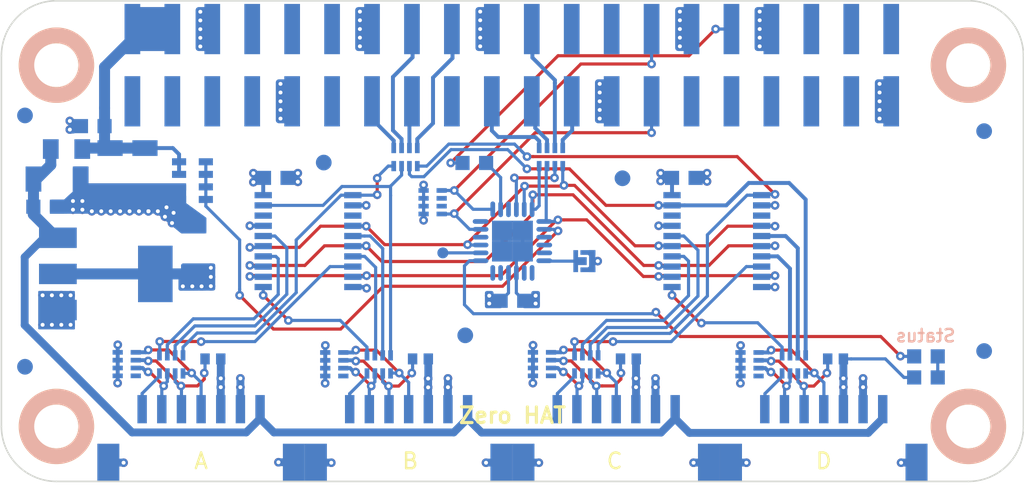
<source format=kicad_pcb>
(kicad_pcb (version 20171130) (host pcbnew 5.0.2-bee76a0~70~ubuntu18.10.1)
  (layers (0 F.Cu signal) (1 GND power hide) (2 VCC power hide) (31 B.Cu signal) (34 B.Paste user) (35 F.Paste user) (36 B.SilkS user) (37 F.SilkS user) (38 B.Mask user) (39 F.Mask user) (44 Edge.Cuts user))
  (net 0 "")
  (net 1 GND)
  (net 2 +5V)
  (net 3 B-3V3)
  (net 4 "Net-(CP201-Pad2)")
  (net 5 "Net-(CP201-Pad3)")
  (net 6 "Net-(CP202-Pad3)")
  (net 7 "Net-(CP202-Pad2)")
  (net 8 "Net-(CP203-Pad3)")
  (net 9 "Net-(CP203-Pad2)")
  (net 10 "Net-(CP204-Pad2)")
  (net 11 "Net-(CP204-Pad3)")
  (net 12 "Net-(D101-Pad2)")
  (net 13 "Net-(J101-Pad2)")
  (net 14 RASP-SD)
  (net 15 RASP-SC)
  (net 16 "Net-(J102-Pad23)")
  (net 17 "Net-(J102-Pad13)")
  (net 18 "Net-(J102-Pad15)")
  (net 19 "Net-(J102-Pad16)")
  (net 20 "Net-(J102-Pad18)")
  (net 21 "Net-(J102-Pad19)")
  (net 22 "Net-(J102-Pad21)")
  (net 23 "Net-(J102-Pad32)")
  (net 24 B-5V)
  (net 25 "Net-(P201-Pad7)")
  (net 26 "Net-(P202-Pad7)")
  (net 27 "Net-(P203-Pad7)")
  (net 28 "Net-(P204-Pad7)")
  (net 29 RASP-GP)
  (net 30 IN-VOLTAGE)
  (net 31 B-CS0)
  (net 32 B-CS1)
  (net 33 B-CS3)
  (net 34 B-CS2)
  (net 35 B-CS4)
  (net 36 B-CLK)
  (net 37 B-MISO)
  (net 38 B-MOSI)
  (net 39 "Net-(RP201-Pad7)")
  (net 40 "Net-(RP201-Pad6)")
  (net 41 "Net-(RP201-Pad5)")
  (net 42 "Net-(RP202-Pad5)")
  (net 43 "Net-(RP202-Pad6)")
  (net 44 "Net-(RP202-Pad7)")
  (net 45 "Net-(RP203-Pad5)")
  (net 46 "Net-(RP203-Pad6)")
  (net 47 "Net-(RP203-Pad7)")
  (net 48 "Net-(RP204-Pad7)")
  (net 49 "Net-(RP204-Pad6)")
  (net 50 "Net-(RP204-Pad5)")
  (net 51 "Net-(CP201-Pad4)")
  (net 52 "Net-(CP202-Pad4)")
  (net 53 "Net-(CP203-Pad4)")
  (net 54 "Net-(CP204-Pad4)")
  (net 55 "Net-(J102-Pad22)")
  (net 56 "Net-(P101-Pad1)")
  (net 57 "Net-(R102-Pad2)")
  (net 58 "Net-(CP201-Pad1)")
  (net 59 "Net-(CP202-Pad1)")
  (net 60 "Net-(CP203-Pad1)")
  (net 61 "Net-(CP204-Pad1)")
  (net 62 "Net-(RP103-Pad6)")
  (net 63 "Net-(RP103-Pad7)")
  (net 64 "Net-(U101-Pad3)")
  (net 65 "Net-(U101-Pad4)")
  (net 66 "Net-(U101-Pad5)")
  (net 67 "Net-(U101-Pad8)")
  (net 68 "Net-(U101-Pad11)")
  (net 69 "Net-(U101-Pad12)")
  (net 70 "Net-(U101-Pad18)")
  (net 71 "Net-(U101-Pad21)")
  (net 72 "Net-(U201-Pad18)")
  (net 73 "Net-(U201-Pad3)")
  (net 74 "Net-(U202-Pad3)")
  (net 75 "Net-(U202-Pad18)")
  (net 76 "Net-(J102-Pad29)")
  (net 77 "Net-(J102-Pad24)")
  (net 78 "Net-(J102-Pad1)")
  (net 79 "Net-(J102-Pad3)")
  (net 80 "Net-(J102-Pad5)")
  (net 81 "Net-(J102-Pad7)")
  (net 82 "Net-(J102-Pad8)")
  (net 83 "Net-(J102-Pad10)")
  (net 84 "Net-(J102-Pad11)")
  (net 85 "Net-(J102-Pad12)")
  (net 86 "Net-(J102-Pad17)")
  (net 87 "Net-(J102-Pad26)")
  (net 88 "Net-(J102-Pad31)")
  (net 89 "Net-(J102-Pad33)")
  (net 90 "Net-(J102-Pad36)")
  (net 91 "Net-(J102-Pad35)")
  (net 92 "Net-(J102-Pad38)")
  (net 93 "Net-(J102-Pad37)")
  (net 94 "Net-(J102-Pad40)")
  (net 95 "Net-(U101-Pad16)")
  (net 96 "Net-(U101-Pad7)")
  (module kicad-libraries:raspberrypi_zero_hat (layer B.Cu) (at 138.96 45.95 180)
    (fp_text reference J102)
    (fp_text value Raspberry_Pi_Zero)
    (pad 27 smd rect (at -8.89 -2.3 180) (size 1 3.2) (layers B.Cu B.Paste B.Mask) (net 14 RASP-SD))
    (pad 28 smd rect (at -8.89 2.3 180) (size 1 3.2) (layers B.Cu B.Paste B.Mask) (net 15 RASP-SC))
    (pad 29 smd rect (at -11.43 -2.3 180) (size 1 3.2) (layers B.Cu B.Paste B.Mask) (net 76 "Net-(J102-Pad29)"))
    (pad 30 smd rect (at -11.43 2.3 180) (size 1 3.2) (layers B.Cu B.Paste B.Mask) (net 1 GND))
    (pad 24 smd rect (at -3.81 2.3 180) (size 1 3.2) (layers B.Cu B.Paste B.Mask) (net 77 "Net-(J102-Pad24)"))
    (pad 23 smd rect (at -3.81 -2.3 180) (size 1 3.2) (layers B.Cu B.Paste B.Mask) (net 16 "Net-(J102-Pad23)"))
    (pad 1 smd rect (at 24.13 -2.3 180) (size 1 3.2) (layers B.Cu B.Paste B.Mask) (net 78 "Net-(J102-Pad1)"))
    (pad 2 smd rect (at 24.13 2.3 180) (size 1 3.2) (layers B.Cu B.Paste B.Mask) (net 2 +5V))
    (pad 3 smd rect (at 21.59 -2.3 180) (size 1 3.2) (layers B.Cu B.Paste B.Mask) (net 79 "Net-(J102-Pad3)"))
    (pad 4 smd rect (at 21.59 2.3 180) (size 1 3.2) (layers B.Cu B.Paste B.Mask) (net 2 +5V))
    (pad 5 smd rect (at 19.05 -2.3 180) (size 1 3.2) (layers B.Cu B.Paste B.Mask) (net 80 "Net-(J102-Pad5)"))
    (pad 6 smd rect (at 19.05 2.3 180) (size 1 3.2) (layers B.Cu B.Paste B.Mask) (net 1 GND))
    (pad 7 smd rect (at 16.51 -2.3 180) (size 1 3.2) (layers B.Cu B.Paste B.Mask) (net 81 "Net-(J102-Pad7)"))
    (pad 8 smd rect (at 16.51 2.3 180) (size 1 3.2) (layers B.Cu B.Paste B.Mask) (net 82 "Net-(J102-Pad8)"))
    (pad 9 smd rect (at 13.97 -2.3 180) (size 1 3.2) (layers B.Cu B.Paste B.Mask) (net 1 GND))
    (pad 10 smd rect (at 13.97 2.3 180) (size 1 3.2) (layers B.Cu B.Paste B.Mask) (net 83 "Net-(J102-Pad10)"))
    (pad 11 smd rect (at 11.43 -2.3 180) (size 1 3.2) (layers B.Cu B.Paste B.Mask) (net 84 "Net-(J102-Pad11)"))
    (pad 12 smd rect (at 11.43 2.3 180) (size 1 3.2) (layers B.Cu B.Paste B.Mask) (net 85 "Net-(J102-Pad12)"))
    (pad 13 smd rect (at 8.89 -2.3 180) (size 1 3.2) (layers B.Cu B.Paste B.Mask) (net 17 "Net-(J102-Pad13)"))
    (pad 14 smd rect (at 8.89 2.3 180) (size 1 3.2) (layers B.Cu B.Paste B.Mask) (net 1 GND))
    (pad 15 smd rect (at 6.35 -2.3 180) (size 1 3.2) (layers B.Cu B.Paste B.Mask) (net 18 "Net-(J102-Pad15)"))
    (pad 16 smd rect (at 6.35 2.3 180) (size 1 3.2) (layers B.Cu B.Paste B.Mask) (net 19 "Net-(J102-Pad16)"))
    (pad 17 smd rect (at 3.81 -2.3 180) (size 1 3.2) (layers B.Cu B.Paste B.Mask) (net 86 "Net-(J102-Pad17)"))
    (pad 18 smd rect (at 3.81 2.3 180) (size 1 3.2) (layers B.Cu B.Paste B.Mask) (net 20 "Net-(J102-Pad18)"))
    (pad 19 smd rect (at 1.27 -2.3 180) (size 1 3.2) (layers B.Cu B.Paste B.Mask) (net 21 "Net-(J102-Pad19)"))
    (pad 20 smd rect (at 1.27 2.3 180) (size 1 3.2) (layers B.Cu B.Paste B.Mask) (net 1 GND))
    (pad 21 smd rect (at -1.27 -2.3 180) (size 1 3.2) (layers B.Cu B.Paste B.Mask) (net 22 "Net-(J102-Pad21)"))
    (pad 22 smd rect (at -1.27 2.3 180) (size 1 3.2) (layers B.Cu B.Paste B.Mask) (net 55 "Net-(J102-Pad22)"))
    (pad 25 smd rect (at -6.35 -2.3 180) (size 1 3.2) (layers B.Cu B.Paste B.Mask) (net 1 GND))
    (pad 26 smd rect (at -6.35 2.3 180) (size 1 3.2) (layers B.Cu B.Paste B.Mask) (net 87 "Net-(J102-Pad26)"))
    (pad 32 smd rect (at -13.97 2.3 180) (size 1 3.2) (layers B.Cu B.Paste B.Mask) (net 23 "Net-(J102-Pad32)"))
    (pad 31 smd rect (at -13.97 -2.3 180) (size 1 3.2) (layers B.Cu B.Paste B.Mask) (net 88 "Net-(J102-Pad31)"))
    (pad 34 smd rect (at -16.51 2.3 180) (size 1 3.2) (layers B.Cu B.Paste B.Mask) (net 1 GND))
    (pad 33 smd rect (at -16.51 -2.3 180) (size 1 3.2) (layers B.Cu B.Paste B.Mask) (net 89 "Net-(J102-Pad33)"))
    (pad 36 smd rect (at -19.05 2.3 180) (size 1 3.2) (layers B.Cu B.Paste B.Mask) (net 90 "Net-(J102-Pad36)"))
    (pad 35 smd rect (at -19.05 -2.3 180) (size 1 3.2) (layers B.Cu B.Paste B.Mask) (net 91 "Net-(J102-Pad35)"))
    (pad 38 smd rect (at -21.59 2.3 180) (size 1 3.2) (layers B.Cu B.Paste B.Mask) (net 92 "Net-(J102-Pad38)"))
    (pad 37 smd rect (at -21.59 -2.3 180) (size 1 3.2) (layers B.Cu B.Paste B.Mask) (net 93 "Net-(J102-Pad37)"))
    (pad 40 smd rect (at -24.13 2.3 180) (size 1 3.2) (layers B.Cu B.Paste B.Mask) (net 94 "Net-(J102-Pad40)"))
    (pad 39 smd rect (at -24.13 -2.3 180) (size 1 3.2) (layers B.Cu B.Paste B.Mask) (net 1 GND))
    (pad "" np_thru_hole circle (at 29 0 180) (size 2.75 2.75) (drill 2.75) (layers *.Cu *.Mask B.SilkS))
    (pad "" np_thru_hole circle (at -29 0 180) (size 2.75 2.75) (drill 2.75) (layers *.Cu *.Mask B.SilkS))
    (pad "" np_thru_hole circle (at -22.86 0 180) (size 1.3 1.3) (drill 1.3) (layers *.Cu *.Mask))
    (pad "" np_thru_hole circle (at 22.86 0 180) (size 1.3 1.3) (drill 1.3) (layers *.Cu *.Mask))
    (pad "" np_thru_hole circle (at 29 -23 180) (size 2.75 2.75) (drill 2.75) (layers *.Cu *.Mask B.SilkS))
    (pad "" np_thru_hole circle (at -29 -23 180) (size 2.75 2.75) (drill 2.75) (layers *.Cu *.Mask B.SilkS))
  )
  (module kicad-libraries:TSSOP20 (layer B.Cu) (at 152 57.15 270)
    (fp_text reference U202)
    (fp_text value 74AHC244)
    (pad 1 smd rect (at -2.92354 -2.84988 90) (size 0.39878 1.09982) (layers B.Cu B.Paste B.Mask) (net 34 B-CS2))
    (pad 2 smd rect (at -2.2733 -2.84988 90) (size 0.39878 1.09982) (layers B.Cu B.Paste B.Mask) (net 1 GND))
    (pad 3 smd rect (at -1.62306 -2.84988 90) (size 0.39878 1.09982) (layers B.Cu B.Paste B.Mask) (net 74 "Net-(U202-Pad3)"))
    (pad 4 smd rect (at -0.97282 -2.84988 90) (size 0.39878 1.09982) (layers B.Cu B.Paste B.Mask) (net 36 B-CLK))
    (pad 5 smd rect (at -0.32258 -2.84988 90) (size 0.39878 1.09982) (layers B.Cu B.Paste B.Mask) (net 48 "Net-(RP204-Pad7)"))
    (pad 6 smd rect (at 0.32258 -2.84988 90) (size 0.39878 1.09982) (layers B.Cu B.Paste B.Mask) (net 38 B-MOSI))
    (pad 7 smd rect (at 0.97282 -2.84988 90) (size 0.39878 1.09982) (layers B.Cu B.Paste B.Mask) (net 49 "Net-(RP204-Pad6)"))
    (pad 8 smd rect (at 1.62306 -2.84988 90) (size 0.39878 1.09982) (layers B.Cu B.Paste B.Mask) (net 45 "Net-(RP203-Pad5)"))
    (pad 9 smd rect (at 2.2733 -2.84988 90) (size 0.39878 1.09982) (layers B.Cu B.Paste B.Mask) (net 37 B-MISO))
    (pad 10 smd rect (at 2.92354 -2.84988 90) (size 0.39878 1.09982) (layers B.Cu B.Paste B.Mask) (net 1 GND))
    (pad 11 smd rect (at 2.92354 2.84988 270) (size 0.39878 1.09982) (layers B.Cu B.Paste B.Mask) (net 50 "Net-(RP204-Pad5)"))
    (pad 12 smd rect (at 2.2733 2.84988 270) (size 0.39878 1.09982) (layers B.Cu B.Paste B.Mask) (net 37 B-MISO))
    (pad 13 smd rect (at 1.62306 2.84988 270) (size 0.39878 1.09982) (layers B.Cu B.Paste B.Mask) (net 38 B-MOSI))
    (pad 14 smd rect (at 0.97282 2.84988 270) (size 0.39878 1.09982) (layers B.Cu B.Paste B.Mask) (net 46 "Net-(RP203-Pad6)"))
    (pad 15 smd rect (at 0.32258 2.84988 270) (size 0.39878 1.09982) (layers B.Cu B.Paste B.Mask) (net 36 B-CLK))
    (pad 16 smd rect (at -0.32258 2.84988 270) (size 0.39878 1.09982) (layers B.Cu B.Paste B.Mask) (net 47 "Net-(RP203-Pad7)"))
    (pad 17 smd rect (at -0.97282 2.84988 270) (size 0.39878 1.09982) (layers B.Cu B.Paste B.Mask) (net 1 GND))
    (pad 18 smd rect (at -1.62306 2.84988 270) (size 0.39878 1.09982) (layers B.Cu B.Paste B.Mask) (net 75 "Net-(U202-Pad18)"))
    (pad 19 smd rect (at -2.2733 2.84988 270) (size 0.39878 1.09982) (layers B.Cu B.Paste B.Mask) (net 33 B-CS3))
    (pad 20 smd rect (at -2.92354 2.84988 270) (size 0.39878 1.09982) (layers B.Cu B.Paste B.Mask) (net 3 B-3V3))
  )
  (module kicad-libraries:4X0402 (layer B.Cu) (at 140.88 64.98 270)
    (fp_text reference CP203)
    (fp_text value 220pF)
    (pad 8 smd rect (at -0.7493 0.575 270) (size 0.29972 0.65) (layers B.Cu B.Paste B.Mask) (net 1 GND))
    (pad 7 smd rect (at -0.24892 0.575 270) (size 0.29972 0.65) (layers B.Cu B.Paste B.Mask) (net 1 GND))
    (pad 6 smd rect (at 0.24892 0.575 270) (size 0.29972 0.65) (layers B.Cu B.Paste B.Mask) (net 1 GND))
    (pad 5 smd rect (at 0.7493 0.575 270) (size 0.29972 0.65) (layers B.Cu B.Paste B.Mask) (net 1 GND))
    (pad 4 smd rect (at 0.7493 -0.575 90) (size 0.29972 0.65) (layers B.Cu B.Paste B.Mask) (net 53 "Net-(CP203-Pad4)"))
    (pad 3 smd rect (at 0.24892 -0.575 90) (size 0.29972 0.65) (layers B.Cu B.Paste B.Mask) (net 8 "Net-(CP203-Pad3)"))
    (pad 2 smd rect (at -0.24892 -0.575 90) (size 0.29972 0.65) (layers B.Cu B.Paste B.Mask) (net 9 "Net-(CP203-Pad2)"))
    (pad 1 smd rect (at -0.7493 -0.575 90) (size 0.29972 0.65) (layers B.Cu B.Paste B.Mask) (net 60 "Net-(CP203-Pad1)"))
  )
  (module kicad-libraries:C0603F (layer B.Cu) (at 139 60.95)
    (fp_text reference C101)
    (fp_text value 100nF)
    (pad 1 smd rect (at -0.75 0) (size 0.9 0.9) (layers B.Cu B.Paste B.Mask) (net 3 B-3V3))
    (pad 2 smd rect (at 0.75 0) (size 0.9 0.9) (layers B.Cu B.Paste B.Mask) (net 1 GND))
  )
  (module kicad-libraries:C1206 (layer B.Cu) (at 115.63 52.73 270)
    (fp_text reference C102)
    (fp_text value 10uF)
    (pad 2 smd rect (at 1.50114 0 270) (size 1.00076 1.6002) (layers B.Cu B.Paste B.Mask) (net 1 GND))
    (pad 1 smd rect (at -1.50114 0 270) (size 1.00076 1.6002) (layers B.Cu B.Paste B.Mask) (net 2 +5V))
  )
  (module kicad-libraries:C1206 (layer B.Cu) (at 110.04 53.2)
    (fp_text reference C103)
    (fp_text value 10uF)
    (pad 1 smd rect (at -1.50114 0) (size 1.00076 1.6002) (layers B.Cu B.Paste B.Mask) (net 24 B-5V))
    (pad 2 smd rect (at 1.50114 0) (size 1.00076 1.6002) (layers B.Cu B.Paste B.Mask) (net 1 GND))
  )
  (module kicad-libraries:C0603F (layer B.Cu) (at 109.28 54.96)
    (fp_text reference C104)
    (fp_text value 100nF)
    (pad 2 smd rect (at 0.75 0) (size 0.9 0.9) (layers B.Cu B.Paste B.Mask) (net 1 GND))
    (pad 1 smd rect (at -0.75 0) (size 0.9 0.9) (layers B.Cu B.Paste B.Mask) (net 24 B-5V))
  )
  (module kicad-libraries:C1206 (layer B.Cu) (at 113.41 52.73 90)
    (fp_text reference C105)
    (fp_text value 10uF)
    (pad 1 smd rect (at -1.50114 0 90) (size 1.00076 1.6002) (layers B.Cu B.Paste B.Mask) (net 1 GND))
    (pad 2 smd rect (at 1.50114 0 90) (size 1.00076 1.6002) (layers B.Cu B.Paste B.Mask) (net 2 +5V))
  )
  (module kicad-libraries:C0603F (layer B.Cu) (at 112.31 49.83)
    (fp_text reference C106)
    (fp_text value 100nF)
    (pad 1 smd rect (at -0.75 0) (size 0.9 0.9) (layers B.Cu B.Paste B.Mask) (net 1 GND))
    (pad 2 smd rect (at 0.75 0) (size 0.9 0.9) (layers B.Cu B.Paste B.Mask) (net 2 +5V))
  )
  (module kicad-libraries:C1206 (layer B.Cu) (at 118.73 57.66 90)
    (fp_text reference C107)
    (fp_text value 10uF)
    (pad 2 smd rect (at 1.50114 0 90) (size 1.00076 1.6002) (layers B.Cu B.Paste B.Mask) (net 1 GND))
    (pad 1 smd rect (at -1.50114 0 90) (size 1.00076 1.6002) (layers B.Cu B.Paste B.Mask) (net 3 B-3V3))
  )
  (module kicad-libraries:C0603F (layer B.Cu) (at 149.9 53.125 180)
    (fp_text reference C201)
    (fp_text value 100nF)
    (pad 1 smd rect (at -0.75 0 180) (size 0.9 0.9) (layers B.Cu B.Paste B.Mask) (net 1 GND))
    (pad 2 smd rect (at 0.75 0 180) (size 0.9 0.9) (layers B.Cu B.Paste B.Mask) (net 3 B-3V3))
  )
  (module kicad-libraries:C0603F (layer B.Cu) (at 123.95 53.125 180)
    (fp_text reference C202)
    (fp_text value 100nF)
    (pad 2 smd rect (at 0.75 0 180) (size 0.9 0.9) (layers B.Cu B.Paste B.Mask) (net 3 B-3V3))
    (pad 1 smd rect (at -0.75 0 180) (size 0.9 0.9) (layers B.Cu B.Paste B.Mask) (net 1 GND))
  )
  (module kicad-libraries:4X0402 (layer B.Cu) (at 114.47 64.98 270)
    (fp_text reference CP201)
    (fp_text value 220pF)
    (pad 1 smd rect (at -0.7493 -0.575 90) (size 0.29972 0.65) (layers B.Cu B.Paste B.Mask) (net 58 "Net-(CP201-Pad1)"))
    (pad 2 smd rect (at -0.24892 -0.575 90) (size 0.29972 0.65) (layers B.Cu B.Paste B.Mask) (net 4 "Net-(CP201-Pad2)"))
    (pad 3 smd rect (at 0.24892 -0.575 90) (size 0.29972 0.65) (layers B.Cu B.Paste B.Mask) (net 5 "Net-(CP201-Pad3)"))
    (pad 4 smd rect (at 0.7493 -0.575 90) (size 0.29972 0.65) (layers B.Cu B.Paste B.Mask) (net 51 "Net-(CP201-Pad4)"))
    (pad 5 smd rect (at 0.7493 0.575 270) (size 0.29972 0.65) (layers B.Cu B.Paste B.Mask) (net 1 GND))
    (pad 6 smd rect (at 0.24892 0.575 270) (size 0.29972 0.65) (layers B.Cu B.Paste B.Mask) (net 1 GND))
    (pad 7 smd rect (at -0.24892 0.575 270) (size 0.29972 0.65) (layers B.Cu B.Paste B.Mask) (net 1 GND))
    (pad 8 smd rect (at -0.7493 0.575 270) (size 0.29972 0.65) (layers B.Cu B.Paste B.Mask) (net 1 GND))
  )
  (module kicad-libraries:4X0402 (layer B.Cu) (at 127.67 64.99 270)
    (fp_text reference CP202)
    (fp_text value 220pF)
    (pad 8 smd rect (at -0.7493 0.575 270) (size 0.29972 0.65) (layers B.Cu B.Paste B.Mask) (net 1 GND))
    (pad 7 smd rect (at -0.24892 0.575 270) (size 0.29972 0.65) (layers B.Cu B.Paste B.Mask) (net 1 GND))
    (pad 6 smd rect (at 0.24892 0.575 270) (size 0.29972 0.65) (layers B.Cu B.Paste B.Mask) (net 1 GND))
    (pad 5 smd rect (at 0.7493 0.575 270) (size 0.29972 0.65) (layers B.Cu B.Paste B.Mask) (net 1 GND))
    (pad 4 smd rect (at 0.7493 -0.575 90) (size 0.29972 0.65) (layers B.Cu B.Paste B.Mask) (net 52 "Net-(CP202-Pad4)"))
    (pad 3 smd rect (at 0.24892 -0.575 90) (size 0.29972 0.65) (layers B.Cu B.Paste B.Mask) (net 6 "Net-(CP202-Pad3)"))
    (pad 2 smd rect (at -0.24892 -0.575 90) (size 0.29972 0.65) (layers B.Cu B.Paste B.Mask) (net 7 "Net-(CP202-Pad2)"))
    (pad 1 smd rect (at -0.7493 -0.575 90) (size 0.29972 0.65) (layers B.Cu B.Paste B.Mask) (net 59 "Net-(CP202-Pad1)"))
  )
  (module kicad-libraries:4X0402 (layer B.Cu) (at 154.08 64.99 270)
    (fp_text reference CP204)
    (fp_text value 220pF)
    (pad 1 smd rect (at -0.7493 -0.575 90) (size 0.29972 0.65) (layers B.Cu B.Paste B.Mask) (net 61 "Net-(CP204-Pad1)"))
    (pad 2 smd rect (at -0.24892 -0.575 90) (size 0.29972 0.65) (layers B.Cu B.Paste B.Mask) (net 10 "Net-(CP204-Pad2)"))
    (pad 3 smd rect (at 0.24892 -0.575 90) (size 0.29972 0.65) (layers B.Cu B.Paste B.Mask) (net 11 "Net-(CP204-Pad3)"))
    (pad 4 smd rect (at 0.7493 -0.575 90) (size 0.29972 0.65) (layers B.Cu B.Paste B.Mask) (net 54 "Net-(CP204-Pad4)"))
    (pad 5 smd rect (at 0.7493 0.575 270) (size 0.29972 0.65) (layers B.Cu B.Paste B.Mask) (net 1 GND))
    (pad 6 smd rect (at 0.24892 0.575 270) (size 0.29972 0.65) (layers B.Cu B.Paste B.Mask) (net 1 GND))
    (pad 7 smd rect (at -0.24892 0.575 270) (size 0.29972 0.65) (layers B.Cu B.Paste B.Mask) (net 1 GND))
    (pad 8 smd rect (at -0.7493 0.575 270) (size 0.29972 0.65) (layers B.Cu B.Paste B.Mask) (net 1 GND))
  )
  (module kicad-libraries:D0603F (layer B.Cu) (at 165.3 65.83)
    (fp_text reference D101)
    (fp_text value blue)
    (pad 1 smd rect (at -0.75 0) (size 0.9 0.9) (layers B.Cu B.Paste B.Mask) (net 3 B-3V3))
    (pad 2 smd rect (at 0.75 0) (size 0.9 0.9) (layers B.Cu B.Paste B.Mask) (net 12 "Net-(D101-Pad2)"))
  )
  (module kicad-libraries:SolderJumper (layer B.Cu) (at 143.575 58.425 180)
    (fp_text reference J101)
    (fp_text value Boot)
    (pad 2 smd rect (at 0.55 0 180) (size 0.3 1.4) (layers B.Cu B.Mask) (net 13 "Net-(J101-Pad2)"))
    (pad 2 smd rect (at 0.15 0 180) (size 0.6 0.5) (layers B.Cu B.Mask) (net 13 "Net-(J101-Pad2)"))
    (pad 1 smd rect (at -0.5 0 180) (size 0.4 1.4) (layers B.Cu B.Mask) (net 1 GND))
    (pad 1 smd rect (at -0.225 -0.55 180) (size 0.95 0.3) (layers B.Cu B.Mask) (net 1 GND))
    (pad 1 smd rect (at -0.225 0.55 180) (size 0.95 0.3) (layers B.Cu B.Mask) (net 1 GND))
  )
  (module kicad-libraries:R0805 (layer B.Cu) (at 110.64 51.29)
    (fp_text reference L101)
    (fp_text value FB)
    (pad 1 smd rect (at -1.00076 0) (size 1.00076 1.24968) (layers B.Cu B.Paste B.Mask) (net 24 B-5V) (clearance 0.14986))
    (pad 2 smd rect (at 1.00076 0) (size 1.00076 1.24968) (layers B.Cu B.Paste B.Mask) (net 2 +5V) (clearance 0.14986))
  )
  (module kicad-libraries:DEBUG_PAD (layer B.Cu) (at 134.575 57.9)
    (fp_text reference P101)
    (fp_text value Debug)
    (pad 1 smd circle (at 0 0) (size 0.7 0.7) (layers B.Cu B.Paste B.Mask) (net 56 "Net-(P101-Pad1)"))
  )
  (module kicad-libraries:CON-SENSOR2 (layer B.Cu) (at 119.2 72.45 180)
    (fp_text reference P201)
    (fp_text value CON-SENSOR2)
    (pad 7 smd rect (at 3.75 4.6 180) (size 0.6 1.8) (layers B.Cu B.Paste B.Mask) (net 25 "Net-(P201-Pad7)"))
    (pad 6 smd rect (at 2.5 4.6 180) (size 0.6 1.8) (layers B.Cu B.Paste B.Mask) (net 5 "Net-(CP201-Pad3)"))
    (pad 5 smd rect (at 1.25 4.6 180) (size 0.6 1.8) (layers B.Cu B.Paste B.Mask) (net 4 "Net-(CP201-Pad2)"))
    (pad 4 smd rect (at 0 4.6 180) (size 0.6 1.8) (layers B.Cu B.Paste B.Mask) (net 58 "Net-(CP201-Pad1)"))
    (pad 3 smd rect (at -1.25 4.6 180) (size 0.6 1.8) (layers B.Cu B.Paste B.Mask) (net 3 B-3V3))
    (pad EP smd rect (at 5.9 1.2 180) (size 1.4 2.4) (layers B.Cu B.Paste B.Mask) (net 1 GND))
    (pad EP smd rect (at -5.9 1.2 180) (size 1.4 2.4) (layers B.Cu B.Paste B.Mask) (net 1 GND))
    (pad 2 smd rect (at -2.5 4.6 180) (size 0.6 1.8) (layers B.Cu B.Paste B.Mask) (net 1 GND))
    (pad 1 smd rect (at -3.75 4.6 180) (size 0.6 1.8) (layers B.Cu B.Paste B.Mask) (net 24 B-5V))
  )
  (module kicad-libraries:CON-SENSOR2 (layer B.Cu) (at 132.4 72.45 180)
    (fp_text reference P202)
    (fp_text value CON-SENSOR2)
    (pad 1 smd rect (at -3.75 4.6 180) (size 0.6 1.8) (layers B.Cu B.Paste B.Mask) (net 24 B-5V))
    (pad 2 smd rect (at -2.5 4.6 180) (size 0.6 1.8) (layers B.Cu B.Paste B.Mask) (net 1 GND))
    (pad EP smd rect (at -5.9 1.2 180) (size 1.4 2.4) (layers B.Cu B.Paste B.Mask) (net 1 GND))
    (pad EP smd rect (at 5.9 1.2 180) (size 1.4 2.4) (layers B.Cu B.Paste B.Mask) (net 1 GND))
    (pad 3 smd rect (at -1.25 4.6 180) (size 0.6 1.8) (layers B.Cu B.Paste B.Mask) (net 3 B-3V3))
    (pad 4 smd rect (at 0 4.6 180) (size 0.6 1.8) (layers B.Cu B.Paste B.Mask) (net 59 "Net-(CP202-Pad1)"))
    (pad 5 smd rect (at 1.25 4.6 180) (size 0.6 1.8) (layers B.Cu B.Paste B.Mask) (net 7 "Net-(CP202-Pad2)"))
    (pad 6 smd rect (at 2.5 4.6 180) (size 0.6 1.8) (layers B.Cu B.Paste B.Mask) (net 6 "Net-(CP202-Pad3)"))
    (pad 7 smd rect (at 3.75 4.6 180) (size 0.6 1.8) (layers B.Cu B.Paste B.Mask) (net 26 "Net-(P202-Pad7)"))
  )
  (module kicad-libraries:CON-SENSOR2 (layer B.Cu) (at 145.6 72.45 180)
    (fp_text reference P203)
    (fp_text value CON-SENSOR2)
    (pad 7 smd rect (at 3.75 4.6 180) (size 0.6 1.8) (layers B.Cu B.Paste B.Mask) (net 27 "Net-(P203-Pad7)"))
    (pad 6 smd rect (at 2.5 4.6 180) (size 0.6 1.8) (layers B.Cu B.Paste B.Mask) (net 8 "Net-(CP203-Pad3)"))
    (pad 5 smd rect (at 1.25 4.6 180) (size 0.6 1.8) (layers B.Cu B.Paste B.Mask) (net 9 "Net-(CP203-Pad2)"))
    (pad 4 smd rect (at 0 4.6 180) (size 0.6 1.8) (layers B.Cu B.Paste B.Mask) (net 60 "Net-(CP203-Pad1)"))
    (pad 3 smd rect (at -1.25 4.6 180) (size 0.6 1.8) (layers B.Cu B.Paste B.Mask) (net 3 B-3V3))
    (pad EP smd rect (at 5.9 1.2 180) (size 1.4 2.4) (layers B.Cu B.Paste B.Mask) (net 1 GND))
    (pad EP smd rect (at -5.9 1.2 180) (size 1.4 2.4) (layers B.Cu B.Paste B.Mask) (net 1 GND))
    (pad 2 smd rect (at -2.5 4.6 180) (size 0.6 1.8) (layers B.Cu B.Paste B.Mask) (net 1 GND))
    (pad 1 smd rect (at -3.75 4.6 180) (size 0.6 1.8) (layers B.Cu B.Paste B.Mask) (net 24 B-5V))
  )
  (module kicad-libraries:CON-SENSOR2 (layer B.Cu) (at 158.8 72.45 180)
    (fp_text reference P204)
    (fp_text value CON-SENSOR2)
    (pad 1 smd rect (at -3.75 4.6 180) (size 0.6 1.8) (layers B.Cu B.Paste B.Mask) (net 24 B-5V))
    (pad 2 smd rect (at -2.5 4.6 180) (size 0.6 1.8) (layers B.Cu B.Paste B.Mask) (net 1 GND))
    (pad EP smd rect (at -5.9 1.2 180) (size 1.4 2.4) (layers B.Cu B.Paste B.Mask) (net 1 GND))
    (pad EP smd rect (at 5.9 1.2 180) (size 1.4 2.4) (layers B.Cu B.Paste B.Mask) (net 1 GND))
    (pad 3 smd rect (at -1.25 4.6 180) (size 0.6 1.8) (layers B.Cu B.Paste B.Mask) (net 3 B-3V3))
    (pad 4 smd rect (at 0 4.6 180) (size 0.6 1.8) (layers B.Cu B.Paste B.Mask) (net 61 "Net-(CP204-Pad1)"))
    (pad 5 smd rect (at 1.25 4.6 180) (size 0.6 1.8) (layers B.Cu B.Paste B.Mask) (net 10 "Net-(CP204-Pad2)"))
    (pad 6 smd rect (at 2.5 4.6 180) (size 0.6 1.8) (layers B.Cu B.Paste B.Mask) (net 11 "Net-(CP204-Pad3)"))
    (pad 7 smd rect (at 3.75 4.6 180) (size 0.6 1.8) (layers B.Cu B.Paste B.Mask) (net 28 "Net-(P204-Pad7)"))
  )
  (module kicad-libraries:R0603F (layer B.Cu) (at 136.575 52.175 180)
    (fp_text reference R101)
    (fp_text value 1k)
    (pad 1 smd rect (at -0.75 0 180) (size 0.9 0.9) (layers B.Cu B.Paste B.Mask) (net 29 RASP-GP))
    (pad 2 smd rect (at 0.75 0 180) (size 0.9 0.9) (layers B.Cu B.Paste B.Mask) (net 23 "Net-(J102-Pad32)"))
  )
  (module kicad-libraries:4X0603 (layer B.Cu) (at 118.65 53.3 90)
    (fp_text reference RP102)
    (fp_text value 10k)
    (pad 1 smd rect (at -1.19888 0.8509 90) (size 0.44958 0.89916) (layers B.Cu B.Paste B.Mask) (net 30 IN-VOLTAGE))
    (pad 2 smd rect (at -0.39878 0.8509 90) (size 0.44958 0.89916) (layers B.Cu B.Paste B.Mask) (net 30 IN-VOLTAGE))
    (pad 3 smd rect (at 0.39878 0.8509 90) (size 0.44958 0.89916) (layers B.Cu B.Paste B.Mask) (net 30 IN-VOLTAGE))
    (pad 4 smd rect (at 1.19888 0.8509 90) (size 0.44958 0.89916) (layers B.Cu B.Paste B.Mask) (net 30 IN-VOLTAGE))
    (pad 5 smd rect (at 1.19888 -0.8509 90) (size 0.44958 0.89916) (layers B.Cu B.Paste B.Mask) (net 2 +5V))
    (pad 6 smd rect (at 0.39878 -0.8509 90) (size 0.44958 0.89916) (layers B.Cu B.Paste B.Mask) (net 2 +5V))
    (pad 7 smd rect (at -0.39878 -0.8509 90) (size 0.44958 0.89916) (layers B.Cu B.Paste B.Mask) (net 1 GND))
    (pad 8 smd rect (at -1.19888 -0.8509 90) (size 0.44958 0.89916) (layers B.Cu B.Paste B.Mask) (net 1 GND))
  )
  (module kicad-libraries:4X0402 (layer B.Cu) (at 133.925 54.675 90)
    (fp_text reference RP103)
    (fp_text value 3.9k)
    (pad 1 smd rect (at -0.7493 -0.575 270) (size 0.29972 0.65) (layers B.Cu B.Paste B.Mask) (net 3 B-3V3))
    (pad 2 smd rect (at -0.24892 -0.575 270) (size 0.29972 0.65) (layers B.Cu B.Paste B.Mask) (net 3 B-3V3))
    (pad 3 smd rect (at 0.24892 -0.575 270) (size 0.29972 0.65) (layers B.Cu B.Paste B.Mask) (net 3 B-3V3))
    (pad 4 smd rect (at 0.7493 -0.575 270) (size 0.29972 0.65) (layers B.Cu B.Paste B.Mask) (net 3 B-3V3))
    (pad 5 smd rect (at 0.7493 0.575 90) (size 0.29972 0.65) (layers B.Cu B.Paste B.Mask) (net 15 RASP-SC))
    (pad 6 smd rect (at 0.24892 0.575 90) (size 0.29972 0.65) (layers B.Cu B.Paste B.Mask) (net 62 "Net-(RP103-Pad6)"))
    (pad 7 smd rect (at -0.24892 0.575 90) (size 0.29972 0.65) (layers B.Cu B.Paste B.Mask) (net 63 "Net-(RP103-Pad7)"))
    (pad 8 smd rect (at -0.7493 0.575 90) (size 0.29972 0.65) (layers B.Cu B.Paste B.Mask) (net 14 RASP-SD))
  )
  (module kicad-libraries:4X0402 (layer B.Cu) (at 132.2 51.8 180)
    (fp_text reference RP104)
    (fp_text value 82)
    (pad 8 smd rect (at -0.7493 0.575 180) (size 0.29972 0.65) (layers B.Cu B.Paste B.Mask) (net 20 "Net-(J102-Pad18)"))
    (pad 7 smd rect (at -0.24892 0.575 180) (size 0.29972 0.65) (layers B.Cu B.Paste B.Mask) (net 18 "Net-(J102-Pad15)"))
    (pad 6 smd rect (at 0.24892 0.575 180) (size 0.29972 0.65) (layers B.Cu B.Paste B.Mask) (net 19 "Net-(J102-Pad16)"))
    (pad 5 smd rect (at 0.7493 0.575 180) (size 0.29972 0.65) (layers B.Cu B.Paste B.Mask) (net 17 "Net-(J102-Pad13)"))
    (pad 4 smd rect (at 0.7493 -0.575) (size 0.29972 0.65) (layers B.Cu B.Paste B.Mask) (net 31 B-CS0))
    (pad 3 smd rect (at 0.24892 -0.575) (size 0.29972 0.65) (layers B.Cu B.Paste B.Mask) (net 32 B-CS1))
    (pad 2 smd rect (at -0.24892 -0.575) (size 0.29972 0.65) (layers B.Cu B.Paste B.Mask) (net 33 B-CS3))
    (pad 1 smd rect (at -0.7493 -0.575) (size 0.29972 0.65) (layers B.Cu B.Paste B.Mask) (net 34 B-CS2))
  )
  (module kicad-libraries:4X0402 (layer B.Cu) (at 141.45 51.8 180)
    (fp_text reference RP106)
    (fp_text value 82)
    (pad 1 smd rect (at -0.7493 -0.575) (size 0.29972 0.65) (layers B.Cu B.Paste B.Mask) (net 36 B-CLK))
    (pad 2 smd rect (at -0.24892 -0.575) (size 0.29972 0.65) (layers B.Cu B.Paste B.Mask) (net 35 B-CS4))
    (pad 3 smd rect (at 0.24892 -0.575) (size 0.29972 0.65) (layers B.Cu B.Paste B.Mask) (net 37 B-MISO))
    (pad 4 smd rect (at 0.7493 -0.575) (size 0.29972 0.65) (layers B.Cu B.Paste B.Mask) (net 38 B-MOSI))
    (pad 5 smd rect (at 0.7493 0.575 180) (size 0.29972 0.65) (layers B.Cu B.Paste B.Mask) (net 21 "Net-(J102-Pad19)"))
    (pad 6 smd rect (at 0.24892 0.575 180) (size 0.29972 0.65) (layers B.Cu B.Paste B.Mask) (net 22 "Net-(J102-Pad21)"))
    (pad 7 smd rect (at -0.24892 0.575 180) (size 0.29972 0.65) (layers B.Cu B.Paste B.Mask) (net 55 "Net-(J102-Pad22)"))
    (pad 8 smd rect (at -0.7493 0.575 180) (size 0.29972 0.65) (layers B.Cu B.Paste B.Mask) (net 16 "Net-(J102-Pad23)"))
  )
  (module kicad-libraries:4X0402 (layer B.Cu) (at 117.3 65 180)
    (fp_text reference RP201)
    (fp_text value 82)
    (pad 8 smd rect (at -0.7493 0.575 180) (size 0.29972 0.65) (layers B.Cu B.Paste B.Mask) (net 31 B-CS0))
    (pad 7 smd rect (at -0.24892 0.575 180) (size 0.29972 0.65) (layers B.Cu B.Paste B.Mask) (net 39 "Net-(RP201-Pad7)"))
    (pad 6 smd rect (at 0.24892 0.575 180) (size 0.29972 0.65) (layers B.Cu B.Paste B.Mask) (net 40 "Net-(RP201-Pad6)"))
    (pad 5 smd rect (at 0.7493 0.575 180) (size 0.29972 0.65) (layers B.Cu B.Paste B.Mask) (net 41 "Net-(RP201-Pad5)"))
    (pad 4 smd rect (at 0.7493 -0.575) (size 0.29972 0.65) (layers B.Cu B.Paste B.Mask) (net 25 "Net-(P201-Pad7)"))
    (pad 3 smd rect (at 0.24892 -0.575) (size 0.29972 0.65) (layers B.Cu B.Paste B.Mask) (net 5 "Net-(CP201-Pad3)"))
    (pad 2 smd rect (at -0.24892 -0.575) (size 0.29972 0.65) (layers B.Cu B.Paste B.Mask) (net 4 "Net-(CP201-Pad2)"))
    (pad 1 smd rect (at -0.7493 -0.575) (size 0.29972 0.65) (layers B.Cu B.Paste B.Mask) (net 58 "Net-(CP201-Pad1)"))
  )
  (module kicad-libraries:4X0402 (layer B.Cu) (at 130.5 65 180)
    (fp_text reference RP202)
    (fp_text value 82)
    (pad 1 smd rect (at -0.7493 -0.575) (size 0.29972 0.65) (layers B.Cu B.Paste B.Mask) (net 59 "Net-(CP202-Pad1)"))
    (pad 2 smd rect (at -0.24892 -0.575) (size 0.29972 0.65) (layers B.Cu B.Paste B.Mask) (net 7 "Net-(CP202-Pad2)"))
    (pad 3 smd rect (at 0.24892 -0.575) (size 0.29972 0.65) (layers B.Cu B.Paste B.Mask) (net 6 "Net-(CP202-Pad3)"))
    (pad 4 smd rect (at 0.7493 -0.575) (size 0.29972 0.65) (layers B.Cu B.Paste B.Mask) (net 26 "Net-(P202-Pad7)"))
    (pad 5 smd rect (at 0.7493 0.575 180) (size 0.29972 0.65) (layers B.Cu B.Paste B.Mask) (net 42 "Net-(RP202-Pad5)"))
    (pad 6 smd rect (at 0.24892 0.575 180) (size 0.29972 0.65) (layers B.Cu B.Paste B.Mask) (net 43 "Net-(RP202-Pad6)"))
    (pad 7 smd rect (at -0.24892 0.575 180) (size 0.29972 0.65) (layers B.Cu B.Paste B.Mask) (net 44 "Net-(RP202-Pad7)"))
    (pad 8 smd rect (at -0.7493 0.575 180) (size 0.29972 0.65) (layers B.Cu B.Paste B.Mask) (net 32 B-CS1))
  )
  (module kicad-libraries:4X0402 (layer B.Cu) (at 143.7 65 180)
    (fp_text reference RP203)
    (fp_text value 82)
    (pad 1 smd rect (at -0.7493 -0.575) (size 0.29972 0.65) (layers B.Cu B.Paste B.Mask) (net 60 "Net-(CP203-Pad1)"))
    (pad 2 smd rect (at -0.24892 -0.575) (size 0.29972 0.65) (layers B.Cu B.Paste B.Mask) (net 9 "Net-(CP203-Pad2)"))
    (pad 3 smd rect (at 0.24892 -0.575) (size 0.29972 0.65) (layers B.Cu B.Paste B.Mask) (net 8 "Net-(CP203-Pad3)"))
    (pad 4 smd rect (at 0.7493 -0.575) (size 0.29972 0.65) (layers B.Cu B.Paste B.Mask) (net 27 "Net-(P203-Pad7)"))
    (pad 5 smd rect (at 0.7493 0.575 180) (size 0.29972 0.65) (layers B.Cu B.Paste B.Mask) (net 45 "Net-(RP203-Pad5)"))
    (pad 6 smd rect (at 0.24892 0.575 180) (size 0.29972 0.65) (layers B.Cu B.Paste B.Mask) (net 46 "Net-(RP203-Pad6)"))
    (pad 7 smd rect (at -0.24892 0.575 180) (size 0.29972 0.65) (layers B.Cu B.Paste B.Mask) (net 47 "Net-(RP203-Pad7)"))
    (pad 8 smd rect (at -0.7493 0.575 180) (size 0.29972 0.65) (layers B.Cu B.Paste B.Mask) (net 34 B-CS2))
  )
  (module kicad-libraries:4X0402 (layer B.Cu) (at 156.9 65 180)
    (fp_text reference RP204)
    (fp_text value 82)
    (pad 8 smd rect (at -0.7493 0.575 180) (size 0.29972 0.65) (layers B.Cu B.Paste B.Mask) (net 33 B-CS3))
    (pad 7 smd rect (at -0.24892 0.575 180) (size 0.29972 0.65) (layers B.Cu B.Paste B.Mask) (net 48 "Net-(RP204-Pad7)"))
    (pad 6 smd rect (at 0.24892 0.575 180) (size 0.29972 0.65) (layers B.Cu B.Paste B.Mask) (net 49 "Net-(RP204-Pad6)"))
    (pad 5 smd rect (at 0.7493 0.575 180) (size 0.29972 0.65) (layers B.Cu B.Paste B.Mask) (net 50 "Net-(RP204-Pad5)"))
    (pad 4 smd rect (at 0.7493 -0.575) (size 0.29972 0.65) (layers B.Cu B.Paste B.Mask) (net 28 "Net-(P204-Pad7)"))
    (pad 3 smd rect (at 0.24892 -0.575) (size 0.29972 0.65) (layers B.Cu B.Paste B.Mask) (net 11 "Net-(CP204-Pad3)"))
    (pad 2 smd rect (at -0.24892 -0.575) (size 0.29972 0.65) (layers B.Cu B.Paste B.Mask) (net 10 "Net-(CP204-Pad2)"))
    (pad 1 smd rect (at -0.7493 -0.575) (size 0.29972 0.65) (layers B.Cu B.Paste B.Mask) (net 61 "Net-(CP204-Pad1)"))
  )
  (module kicad-libraries:QFN24-4x4mm-0.5mm (layer B.Cu) (at 139 57.15 180)
    (fp_text reference U101)
    (fp_text value XMC1100)
    (pad 1 smd oval (at -2.025 1.25 180) (size 1 0.3) (layers B.Cu B.Paste B.Mask) (net 37 B-MISO))
    (pad 2 smd oval (at -2.025 0.75 180) (size 1 0.3) (layers B.Cu B.Paste B.Mask) (net 30 IN-VOLTAGE))
    (pad 3 smd oval (at -2.025 0.25 180) (size 1 0.3) (layers B.Cu B.Paste B.Mask) (net 64 "Net-(U101-Pad3)"))
    (pad 4 smd oval (at -2.025 -0.25 180) (size 1 0.3) (layers B.Cu B.Paste B.Mask) (net 65 "Net-(U101-Pad4)"))
    (pad 5 smd oval (at -2.025 -0.75 180) (size 1 0.3) (layers B.Cu B.Paste B.Mask) (net 66 "Net-(U101-Pad5)"))
    (pad 6 smd oval (at -2.025 -1.25 180) (size 1 0.3) (layers B.Cu B.Paste B.Mask) (net 13 "Net-(J101-Pad2)"))
    (pad 7 smd oval (at -1.25 -2.025 90) (size 1 0.3) (layers B.Cu B.Paste B.Mask) (net 96 "Net-(U101-Pad7)"))
    (pad 8 smd oval (at -0.75 -2.025 90) (size 1 0.3) (layers B.Cu B.Paste B.Mask) (net 67 "Net-(U101-Pad8)"))
    (pad 9 smd oval (at -0.25 -2.025 90) (size 1 0.3) (layers B.Cu B.Paste B.Mask) (net 1 GND))
    (pad 10 smd oval (at 0.25 -2.025 90) (size 1 0.3) (layers B.Cu B.Paste B.Mask) (net 3 B-3V3))
    (pad 11 smd oval (at 0.75 -2.025 90) (size 1 0.3) (layers B.Cu B.Paste B.Mask) (net 68 "Net-(U101-Pad11)"))
    (pad 12 smd oval (at 1.25 -2.025 90) (size 1 0.3) (layers B.Cu B.Paste B.Mask) (net 69 "Net-(U101-Pad12)"))
    (pad 13 smd oval (at 2.025 -1.25 180) (size 1 0.3) (layers B.Cu B.Paste B.Mask) (net 57 "Net-(R102-Pad2)"))
    (pad 14 smd oval (at 2.025 -0.75 180) (size 1 0.3) (layers B.Cu B.Paste B.Mask) (net 56 "Net-(P101-Pad1)"))
    (pad 15 smd oval (at 2.025 -0.25 180) (size 1 0.3) (layers B.Cu B.Paste B.Mask) (net 36 B-CLK))
    (pad 16 smd oval (at 2.025 0.25 180) (size 1 0.3) (layers B.Cu B.Paste B.Mask) (net 95 "Net-(U101-Pad16)"))
    (pad 17 smd oval (at 2.025 0.75 180) (size 1 0.3) (layers B.Cu B.Paste B.Mask) (net 14 RASP-SD))
    (pad 18 smd oval (at 2.025 1.25 180) (size 1 0.3) (layers B.Cu B.Paste B.Mask) (net 70 "Net-(U101-Pad18)"))
    (pad 19 smd oval (at 1.25 2.025 90) (size 1 0.3) (layers B.Cu B.Paste B.Mask) (net 15 RASP-SC))
    (pad 20 smd oval (at 0.75 2.025 90) (size 1 0.3) (layers B.Cu B.Paste B.Mask) (net 29 RASP-GP))
    (pad 21 smd oval (at 0.25 2.025 90) (size 1 0.3) (layers B.Cu B.Paste B.Mask) (net 71 "Net-(U101-Pad21)"))
    (pad 22 smd oval (at -0.25 2.025 90) (size 1 0.3) (layers B.Cu B.Paste B.Mask) (net 35 B-CS4))
    (pad 23 smd oval (at -0.75 2.025 90) (size 1 0.3) (layers B.Cu B.Paste B.Mask) (net 36 B-CLK))
    (pad 24 smd oval (at -1.25 2.025 90) (size 1 0.3) (layers B.Cu B.Paste B.Mask) (net 38 B-MOSI))
    (pad EXP smd rect (at 0.65 -0.65 180) (size 1.3 1.3) (layers B.Cu B.Paste B.Mask) (net 1 GND))
    (pad EXP smd rect (at 0.65 0.65 180) (size 1.3 1.3) (layers B.Cu B.Paste B.Mask) (net 1 GND))
    (pad EXP smd rect (at -0.65 -0.65 180) (size 1.3 1.3) (layers B.Cu B.Paste B.Mask) (net 1 GND))
    (pad EXP smd rect (at -0.65 0.65 180) (size 1.3 1.3) (layers B.Cu B.Paste B.Mask) (net 1 GND))
  )
  (module kicad-libraries:SOT-223 (layer B.Cu) (at 113.19 59.24 90)
    (fp_text reference U102)
    (fp_text value LD1117)
    (pad 1 smd rect (at -2.30124 -3.0988 90) (size 1.30048 2.4003) (layers B.Cu B.Paste B.Mask) (net 1 GND))
    (pad 2 smd rect (at 0 -3.0988 90) (size 1.30048 2.4003) (layers B.Cu B.Paste B.Mask) (net 3 B-3V3))
    (pad 3 smd rect (at 2.30124 -3.0988 90) (size 1.30048 2.4003) (layers B.Cu B.Paste B.Mask) (net 24 B-5V))
    (pad 2 smd rect (at 0 3.0988 90) (size 3.59918 2.19964) (layers B.Cu B.Paste B.Mask) (net 3 B-3V3))
  )
  (module kicad-libraries:TSSOP20 (layer B.Cu) (at 126 57.15 270)
    (fp_text reference U201)
    (fp_text value 74AHC244)
    (pad 20 smd rect (at -2.92354 2.84988 270) (size 0.39878 1.09982) (layers B.Cu B.Paste B.Mask) (net 3 B-3V3))
    (pad 19 smd rect (at -2.2733 2.84988 270) (size 0.39878 1.09982) (layers B.Cu B.Paste B.Mask) (net 32 B-CS1))
    (pad 18 smd rect (at -1.62306 2.84988 270) (size 0.39878 1.09982) (layers B.Cu B.Paste B.Mask) (net 72 "Net-(U201-Pad18)"))
    (pad 17 smd rect (at -0.97282 2.84988 270) (size 0.39878 1.09982) (layers B.Cu B.Paste B.Mask) (net 1 GND))
    (pad 16 smd rect (at -0.32258 2.84988 270) (size 0.39878 1.09982) (layers B.Cu B.Paste B.Mask) (net 39 "Net-(RP201-Pad7)"))
    (pad 15 smd rect (at 0.32258 2.84988 270) (size 0.39878 1.09982) (layers B.Cu B.Paste B.Mask) (net 36 B-CLK))
    (pad 14 smd rect (at 0.97282 2.84988 270) (size 0.39878 1.09982) (layers B.Cu B.Paste B.Mask) (net 40 "Net-(RP201-Pad6)"))
    (pad 13 smd rect (at 1.62306 2.84988 270) (size 0.39878 1.09982) (layers B.Cu B.Paste B.Mask) (net 38 B-MOSI))
    (pad 12 smd rect (at 2.2733 2.84988 270) (size 0.39878 1.09982) (layers B.Cu B.Paste B.Mask) (net 37 B-MISO))
    (pad 11 smd rect (at 2.92354 2.84988 270) (size 0.39878 1.09982) (layers B.Cu B.Paste B.Mask) (net 42 "Net-(RP202-Pad5)"))
    (pad 10 smd rect (at 2.92354 -2.84988 90) (size 0.39878 1.09982) (layers B.Cu B.Paste B.Mask) (net 1 GND))
    (pad 9 smd rect (at 2.2733 -2.84988 90) (size 0.39878 1.09982) (layers B.Cu B.Paste B.Mask) (net 37 B-MISO))
    (pad 8 smd rect (at 1.62306 -2.84988 90) (size 0.39878 1.09982) (layers B.Cu B.Paste B.Mask) (net 41 "Net-(RP201-Pad5)"))
    (pad 7 smd rect (at 0.97282 -2.84988 90) (size 0.39878 1.09982) (layers B.Cu B.Paste B.Mask) (net 43 "Net-(RP202-Pad6)"))
    (pad 6 smd rect (at 0.32258 -2.84988 90) (size 0.39878 1.09982) (layers B.Cu B.Paste B.Mask) (net 38 B-MOSI))
    (pad 5 smd rect (at -0.32258 -2.84988 90) (size 0.39878 1.09982) (layers B.Cu B.Paste B.Mask) (net 44 "Net-(RP202-Pad7)"))
    (pad 4 smd rect (at -0.97282 -2.84988 90) (size 0.39878 1.09982) (layers B.Cu B.Paste B.Mask) (net 36 B-CLK))
    (pad 3 smd rect (at -1.62306 -2.84988 90) (size 0.39878 1.09982) (layers B.Cu B.Paste B.Mask) (net 73 "Net-(U201-Pad3)"))
    (pad 2 smd rect (at -2.2733 -2.84988 90) (size 0.39878 1.09982) (layers B.Cu B.Paste B.Mask) (net 1 GND))
    (pad 1 smd rect (at -2.92354 -2.84988 90) (size 0.39878 1.09982) (layers B.Cu B.Paste B.Mask) (net 31 B-CS0))
  )
  (module R0603F (layer B.Cu) (at 165.3 64.49 180)
    (fp_text reference R102)
    (fp_text value 1k)
    (pad 1 smd rect (at -0.75 0 180) (size 0.9 0.9) (layers B.Cu B.Paste B.Mask) (net 12 "Net-(D101-Pad2)"))
    (pad 2 smd rect (at 0.75 0 180) (size 0.9 0.9) (layers B.Cu B.Paste B.Mask) (net 57 "Net-(R102-Pad2)"))
  )
  (module kicad-libraries:R0402F (layer B.Cu) (at 119.95 64.65 180)
    (fp_text reference R1)
    (fp_text value 100k)
    (pad 2 smd rect (at 0.5 0 180) (size 0.6 0.7) (layers B.Cu B.Paste B.Mask) (net 4 "Net-(CP201-Pad2)"))
    (pad 1 smd rect (at -0.5 0 180) (size 0.6 0.7) (layers B.Cu B.Paste B.Mask) (net 3 B-3V3))
  )
  (module kicad-libraries:R0402F (layer B.Cu) (at 133.15 64.65 180)
    (fp_text reference R2)
    (fp_text value 100k)
    (pad 2 smd rect (at 0.5 0 180) (size 0.6 0.7) (layers B.Cu B.Paste B.Mask) (net 7 "Net-(CP202-Pad2)"))
    (pad 1 smd rect (at -0.5 0 180) (size 0.6 0.7) (layers B.Cu B.Paste B.Mask) (net 3 B-3V3))
  )
  (module kicad-libraries:R0402F (layer B.Cu) (at 146.374999 64.65 180)
    (fp_text reference R3)
    (fp_text value 100k)
    (pad 1 smd rect (at -0.5 0 180) (size 0.6 0.7) (layers B.Cu B.Paste B.Mask) (net 3 B-3V3))
    (pad 2 smd rect (at 0.5 0 180) (size 0.6 0.7) (layers B.Cu B.Paste B.Mask) (net 9 "Net-(CP203-Pad2)"))
  )
  (module kicad-libraries:R0402F (layer B.Cu) (at 159.55 64.65 180)
    (fp_text reference R4)
    (fp_text value 100k)
    (pad 2 smd rect (at 0.5 0 180) (size 0.6 0.7) (layers B.Cu B.Paste B.Mask) (net 10 "Net-(CP204-Pad2)"))
    (pad 1 smd rect (at -0.5 0 180) (size 0.6 0.7) (layers B.Cu B.Paste B.Mask) (net 3 B-3V3))
  )
  (module kicad-libraries:Fiducial_Mark (layer F.Cu) (at 169 50.15)
    (fp_text reference Fiducial_Mark hide)
    (fp_text value VAL** hide)
    (pad 1 smd circle (at 0 0) (size 1.00076 1.00076) (layers B.Cu B.Paste B.Mask) (clearance 0.65024))
  )
  (module kicad-libraries:Fiducial_Mark (layer F.Cu) (at 169 64.15)
    (fp_text reference Fiducial_Mark hide)
    (fp_text value VAL** hide)
    (pad 1 smd circle (at 0 0) (size 1.00076 1.00076) (layers B.Cu B.Paste B.Mask) (clearance 0.65024))
  )
  (module kicad-libraries:Fiducial_Mark (layer F.Cu) (at 108 65.15)
    (fp_text reference Fiducial_Mark hide)
    (fp_text value VAL** hide)
    (pad 1 smd circle (at 0 0) (size 1.00076 1.00076) (layers B.Cu B.Paste B.Mask) (clearance 0.65024))
  )
  (module kicad-libraries:Fiducial_Mark (layer F.Cu) (at 108 49.15)
    (fp_text reference Fiducial_Mark hide)
    (fp_text value VAL** hide)
    (pad 1 smd circle (at 0 0) (size 1.00076 1.00076) (layers B.Cu B.Paste B.Mask) (clearance 0.65024))
  )
  (module kicad-libraries:Fiducial_Mark (layer F.Cu) (at 127 52.15)
    (fp_text reference Fiducial_Mark hide)
    (fp_text value VAL** hide)
    (pad 1 smd circle (at 0 0) (size 1.00076 1.00076) (layers B.Cu B.Paste B.Mask) (clearance 0.65024))
  )
  (module kicad-libraries:Fiducial_Mark (layer F.Cu) (at 136 63.15)
    (fp_text reference Fiducial_Mark hide)
    (fp_text value VAL** hide)
    (pad 1 smd circle (at 0 0) (size 1.00076 1.00076) (layers B.Cu B.Paste B.Mask) (clearance 0.65024))
  )
  (module kicad-libraries:Fiducial_Mark (layer F.Cu) (at 146 53.15)
    (fp_text reference Fiducial_Mark hide)
    (fp_text value VAL** hide)
    (pad 1 smd circle (at 0 0) (size 1.00076 1.00076) (layers B.Cu B.Paste B.Mask) (clearance 0.65024))
  )
  (gr_text "Zero HAT" (at 139 68.25) (layer F.SilkS) (effects (font (size 1 1) (thickness 0.2))))
  (gr_text Status (at 165.275 63.175) (layer B.SilkS) (effects (font (size 0.8 0.8)) (justify mirror)))
  (gr_circle (center 168 68.95) (end 169.9 68.95) (layer B.SilkS) (width 1))
  (gr_circle (center 168 45.95) (end 169.9 45.95) (layer B.SilkS) (width 1))
  (gr_circle (center 110 45.95) (end 111.9 45.95) (layer B.SilkS) (width 1))
  (gr_circle (center 110 68.95) (end 111.9 68.95) (layer B.SilkS) (width 1))
  (gr_circle (center 110 68.95) (end 111.9 68.95) (layer F.SilkS) (width 1))
  (gr_circle (center 110 45.95) (end 111.9 45.95) (layer F.SilkS) (width 1))
  (gr_circle (center 168 45.95) (end 169.9 45.95) (layer F.SilkS) (width 1))
  (gr_circle (center 168 68.95) (end 169.9 68.95) (layer F.SilkS) (width 1))
  (gr_text D (at 158.8 71.15) (layer F.SilkS) (effects (font (size 1 1))))
  (gr_text C (at 145.5 71.15) (layer F.SilkS) (effects (font (size 1 1))))
  (gr_text B (at 132.5 71.15) (layer F.SilkS) (effects (font (size 1 1))))
  (gr_text A (at 119.2 71.15) (layer F.SilkS) (effects (font (size 1 1))))
  (gr_line (start 171.5 68.95) (end 171.5 45.35) (angle 90) (layer Edge.Cuts) (width 0.09906))
  (gr_line (start 106.5 45.35) (end 106.5 68.95) (angle 90) (layer Edge.Cuts) (width 0.09906))
  (gr_line (start 110 41.85) (end 168 41.85) (angle 90) (layer Edge.Cuts) (width 0.09906))
  (gr_line (start 168 72.45) (end 110 72.45) (angle 90) (layer Edge.Cuts) (width 0.09906))
  (gr_arc (start 168 45.35) (end 168 41.85) (angle 90) (layer Edge.Cuts) (width 0.09906))
  (gr_arc (start 110 45.35) (end 106.5 45.35) (angle 90) (layer Edge.Cuts) (width 0.09906))
  (gr_arc (start 110 68.95) (end 110 72.45) (angle 90) (layer Edge.Cuts) (width 0.09906))
  (gr_arc (start 168 68.95) (end 171.5 68.95) (angle 90) (layer Edge.Cuts) (width 0.09906))
  (segment (start 160.05 65.88) (end 160.05 64.64) (width 0.5) (layer B.Cu) (net 3))
  (segment (start 146.86 65.88) (end 146.86 64.64) (width 0.5) (layer B.Cu) (net 3))
  (segment (start 133.65 65.89) (end 133.65 64.65) (width 0.5) (layer B.Cu) (net 3))
  (via (at 137.525 60.625) (size 0.55) (drill 0.25) (layers F.Cu B.Cu) (net 3))
  (via (at 140.475 60.625) (size 0.55) (drill 0.25) (layers F.Cu B.Cu) (net 1))
  (via (at 116.45 55.25) (size 0.55) (drill 0.25) (layers F.Cu B.Cu) (net 1))
  (segment (start 153.505 64.2407) (end 153.505 63.795) (width 0.25) (layer B.Cu) (net 1))
  (via (at 153.5 66.2) (size 0.55) (drill 0.25) (layers F.Cu B.Cu) (net 1))
  (via (at 153.51 63.79) (size 0.55) (drill 0.25) (layers F.Cu B.Cu) (net 1))
  (segment (start 153.505 64.2407) (end 153.505 66.254972) (width 0.25) (layer B.Cu) (net 1))
  (segment (start 140.305 64.2307) (end 140.305 63.785) (width 0.25) (layer B.Cu) (net 1))
  (via (at 140.3 66.19) (size 0.55) (drill 0.25) (layers F.Cu B.Cu) (net 1))
  (via (at 140.31 63.78) (size 0.55) (drill 0.25) (layers F.Cu B.Cu) (net 1))
  (segment (start 140.305 64.2307) (end 140.305 66.244972) (width 0.25) (layer B.Cu) (net 1))
  (segment (start 127.095 64.2407) (end 127.095 63.795) (width 0.25) (layer B.Cu) (net 1))
  (via (at 127.09 66.2) (size 0.55) (drill 0.25) (layers F.Cu B.Cu) (net 1))
  (via (at 127.1 63.79) (size 0.55) (drill 0.25) (layers F.Cu B.Cu) (net 1))
  (segment (start 127.095 64.2407) (end 127.095 66.254972) (width 0.25) (layer B.Cu) (net 1))
  (via (at 129.3 43.09) (size 0.55) (drill 0.25) (layers F.Cu B.Cu) (net 1))
  (via (at 129.3 44.75) (size 0.55) (drill 0.25) (layers F.Cu B.Cu) (net 1))
  (via (at 129.3 44.2) (size 0.55) (drill 0.25) (layers F.Cu B.Cu) (net 1))
  (via (at 129.3 42.54) (size 0.55) (drill 0.25) (layers F.Cu B.Cu) (net 1))
  (via (at 129.3 43.65) (size 0.55) (drill 0.25) (layers F.Cu B.Cu) (net 1))
  (via (at 124.25 47.69) (size 0.55) (drill 0.25) (layers F.Cu B.Cu) (net 1))
  (via (at 124.25 49.35) (size 0.55) (drill 0.25) (layers F.Cu B.Cu) (net 1))
  (via (at 124.25 48.8) (size 0.55) (drill 0.25) (layers F.Cu B.Cu) (net 1))
  (via (at 124.25 47.14) (size 0.55) (drill 0.25) (layers F.Cu B.Cu) (net 1))
  (via (at 124.25 48.25) (size 0.55) (drill 0.25) (layers F.Cu B.Cu) (net 1))
  (via (at 136.95 43.09) (size 0.55) (drill 0.25) (layers F.Cu B.Cu) (net 1))
  (via (at 136.95 43.65) (size 0.55) (drill 0.25) (layers F.Cu B.Cu) (net 1))
  (via (at 149.65 43.09) (size 0.55) (drill 0.25) (layers F.Cu B.Cu) (net 1))
  (via (at 149.65 44.75) (size 0.55) (drill 0.25) (layers F.Cu B.Cu) (net 1))
  (via (at 149.65 44.2) (size 0.55) (drill 0.25) (layers F.Cu B.Cu) (net 1))
  (via (at 149.65 42.54) (size 0.55) (drill 0.25) (layers F.Cu B.Cu) (net 1))
  (via (at 149.65 43.65) (size 0.55) (drill 0.25) (layers F.Cu B.Cu) (net 1))
  (via (at 154.725 43.09) (size 0.55) (drill 0.25) (layers F.Cu B.Cu) (net 1))
  (via (at 154.725 44.75) (size 0.55) (drill 0.25) (layers F.Cu B.Cu) (net 1))
  (via (at 154.725 44.2) (size 0.55) (drill 0.25) (layers F.Cu B.Cu) (net 1))
  (via (at 154.725 42.54) (size 0.55) (drill 0.25) (layers F.Cu B.Cu) (net 1))
  (via (at 154.725 43.65) (size 0.55) (drill 0.25) (layers F.Cu B.Cu) (net 1))
  (via (at 162.35 47.69) (size 0.55) (drill 0.25) (layers F.Cu B.Cu) (net 1))
  (via (at 162.35 49.35) (size 0.55) (drill 0.25) (layers F.Cu B.Cu) (net 1))
  (via (at 162.35 48.8) (size 0.55) (drill 0.25) (layers F.Cu B.Cu) (net 1))
  (via (at 162.35 47.14) (size 0.55) (drill 0.25) (layers F.Cu B.Cu) (net 1))
  (via (at 162.35 48.25) (size 0.55) (drill 0.25) (layers F.Cu B.Cu) (net 1))
  (via (at 144.55 47.69) (size 0.55) (drill 0.25) (layers F.Cu B.Cu) (net 1))
  (via (at 144.55 49.35) (size 0.55) (drill 0.25) (layers F.Cu B.Cu) (net 1))
  (via (at 144.55 48.8) (size 0.55) (drill 0.25) (layers F.Cu B.Cu) (net 1))
  (via (at 144.55 47.14) (size 0.55) (drill 0.25) (layers F.Cu B.Cu) (net 1))
  (via (at 144.55 48.25) (size 0.55) (drill 0.25) (layers F.Cu B.Cu) (net 1))
  (segment (start 161.3 67.85) (end 161.3 66.45) (width 0.5) (layer B.Cu) (net 1))
  (via (at 161.3 66.45) (size 0.55) (drill 0.25) (layers F.Cu B.Cu) (net 1))
  (segment (start 161.3 66.45) (end 161.3 65.89) (width 0.5) (layer B.Cu) (net 1))
  (via (at 161.3 65.89) (size 0.55) (drill 0.25) (layers F.Cu B.Cu) (net 1))
  (segment (start 148.1 67.85) (end 148.1 66.45) (width 0.5) (layer B.Cu) (net 1))
  (via (at 148.1 66.45) (size 0.55) (drill 0.25) (layers F.Cu B.Cu) (net 1))
  (segment (start 148.1 66.45) (end 148.1 65.89) (width 0.5) (layer B.Cu) (net 1))
  (via (at 148.1 65.89) (size 0.55) (drill 0.25) (layers F.Cu B.Cu) (net 1))
  (segment (start 134.9 67.85) (end 134.9 66.45) (width 0.5) (layer B.Cu) (net 1))
  (via (at 134.9 66.45) (size 0.55) (drill 0.25) (layers F.Cu B.Cu) (net 1))
  (segment (start 134.9 66.45) (end 134.9 65.89) (width 0.5) (layer B.Cu) (net 1))
  (via (at 134.9 65.89) (size 0.55) (drill 0.25) (layers F.Cu B.Cu) (net 1))
  (via (at 109.12 62.48) (size 0.55) (drill 0.25) (layers F.Cu B.Cu) (net 1))
  (via (at 109.71 62.48) (size 0.55) (drill 0.25) (layers F.Cu B.Cu) (net 1))
  (via (at 110.31 62.48) (size 0.55) (drill 0.25) (layers F.Cu B.Cu) (net 1))
  (via (at 110.9 62.48) (size 0.55) (drill 0.25) (layers F.Cu B.Cu) (net 1))
  (via (at 109.12 60.6) (size 0.55) (drill 0.25) (layers F.Cu B.Cu) (net 1))
  (via (at 109.71 60.6) (size 0.55) (drill 0.25) (layers F.Cu B.Cu) (net 1))
  (via (at 110.31 60.6) (size 0.55) (drill 0.25) (layers F.Cu B.Cu) (net 1))
  (via (at 110.9 60.6) (size 0.55) (drill 0.25) (layers F.Cu B.Cu) (net 1))
  (via (at 119.15 44.76) (size 0.55) (drill 0.25) (layers F.Cu B.Cu) (net 1))
  (via (at 119.15 42.55) (size 0.55) (drill 0.25) (layers F.Cu B.Cu) (net 1))
  (via (at 119.15 43.1) (size 0.55) (drill 0.25) (layers F.Cu B.Cu) (net 1))
  (via (at 119.15 43.66) (size 0.55) (drill 0.25) (layers F.Cu B.Cu) (net 1))
  (via (at 119.15 44.21) (size 0.55) (drill 0.25) (layers F.Cu B.Cu) (net 1))
  (via (at 114.27 71.26) (size 0.55) (drill 0.25) (layers F.Cu B.Cu) (net 1))
  (segment (start 113.3 71.25) (end 114.26 71.25) (width 0.5) (layer B.Cu) (net 1))
  (segment (start 114.26 71.25) (end 114.27 71.26) (width 0.5) (layer B.Cu) (net 1))
  (via (at 127.48 71.26) (size 0.55) (drill 0.25) (layers F.Cu B.Cu) (net 1))
  (segment (start 126.5 71.25) (end 127.47 71.25) (width 0.5) (layer B.Cu) (net 1))
  (segment (start 127.47 71.25) (end 127.48 71.26) (width 0.5) (layer B.Cu) (net 1))
  (via (at 124.120002 71.23) (size 0.55) (drill 0.25) (layers F.Cu B.Cu) (net 1))
  (segment (start 125.1 71.25) (end 125.08 71.23) (width 0.5) (layer B.Cu) (net 1))
  (segment (start 124.50891 71.23) (end 124.120002 71.23) (width 0.5) (layer B.Cu) (net 1))
  (segment (start 125.08 71.23) (end 124.50891 71.23) (width 0.5) (layer B.Cu) (net 1))
  (via (at 137.32 71.26) (size 0.55) (drill 0.25) (layers F.Cu B.Cu) (net 1))
  (segment (start 138.3 71.25) (end 137.33 71.25) (width 0.5) (layer B.Cu) (net 1))
  (segment (start 137.33 71.25) (end 137.32 71.26) (width 0.5) (layer B.Cu) (net 1))
  (via (at 140.68 71.26) (size 0.55) (drill 0.25) (layers F.Cu B.Cu) (net 1))
  (segment (start 139.7 71.25) (end 140.67 71.25) (width 0.5) (layer B.Cu) (net 1))
  (segment (start 140.67 71.25) (end 140.68 71.26) (width 0.5) (layer B.Cu) (net 1))
  (via (at 150.52 71.26) (size 0.55) (drill 0.25) (layers F.Cu B.Cu) (net 1))
  (segment (start 151.5 71.25) (end 150.53 71.25) (width 0.5) (layer B.Cu) (net 1))
  (segment (start 150.53 71.25) (end 150.52 71.26) (width 0.5) (layer B.Cu) (net 1))
  (via (at 153.88 71.26) (size 0.55) (drill 0.25) (layers F.Cu B.Cu) (net 1))
  (segment (start 152.9 71.25) (end 153.87 71.25) (width 0.5) (layer B.Cu) (net 1))
  (segment (start 153.87 71.25) (end 153.88 71.26) (width 0.5) (layer B.Cu) (net 1))
  (via (at 163.72 71.26) (size 0.55) (drill 0.25) (layers F.Cu B.Cu) (net 1))
  (segment (start 164.7 71.25) (end 163.73 71.25) (width 0.5) (layer B.Cu) (net 1))
  (segment (start 163.73 71.25) (end 163.72 71.26) (width 0.5) (layer B.Cu) (net 1))
  (via (at 121.7 65.89) (size 0.55) (drill 0.25) (layers F.Cu B.Cu) (net 1))
  (segment (start 121.7 67.85) (end 121.7 66.45) (width 0.5) (layer B.Cu) (net 1))
  (segment (start 121.7 66.45) (end 121.7 65.89) (width 0.5) (layer B.Cu) (net 1))
  (via (at 121.7 66.45) (size 0.55) (drill 0.25) (layers F.Cu B.Cu) (net 1))
  (via (at 125.35 52.825) (size 0.55) (drill 0.25) (layers F.Cu B.Cu) (net 1))
  (segment (start 124.7 53.125) (end 125.05 53.125) (width 0.25) (layer B.Cu) (net 1))
  (segment (start 125.05 53.125) (end 125.35 52.825) (width 0.25) (layer B.Cu) (net 1))
  (via (at 125.35 53.374984) (size 0.55) (drill 0.25) (layers F.Cu B.Cu) (net 1))
  (segment (start 124.7 53.125) (end 124.949984 53.374984) (width 0.25) (layer B.Cu) (net 1))
  (segment (start 124.961092 53.374984) (end 125.35 53.374984) (width 0.25) (layer B.Cu) (net 1))
  (segment (start 124.949984 53.374984) (end 124.961092 53.374984) (width 0.25) (layer B.Cu) (net 1))
  (segment (start 125.35 52.825) (end 125.35 53.374984) (width 0.25) (layer B.Cu) (net 1))
  (via (at 122.3 56.175) (size 0.55) (drill 0.25) (layers F.Cu B.Cu) (net 1))
  (segment (start 123.15012 56.17718) (end 122.30218 56.17718) (width 0.25) (layer B.Cu) (net 1))
  (segment (start 122.30218 56.17718) (end 122.3 56.175) (width 0.25) (layer B.Cu) (net 1))
  (via (at 129.7 54.875) (size 0.55) (drill 0.25) (layers F.Cu B.Cu) (net 1))
  (segment (start 128.84988 54.8767) (end 129.6983 54.8767) (width 0.25) (layer B.Cu) (net 1))
  (segment (start 129.6983 54.8767) (end 129.7 54.875) (width 0.25) (layer B.Cu) (net 1))
  (via (at 151.375 52.825) (size 0.55) (drill 0.25) (layers F.Cu B.Cu) (net 1))
  (via (at 151.375 53.35) (size 0.55) (drill 0.25) (layers F.Cu B.Cu) (net 1))
  (segment (start 150.875 53.35) (end 150.65 53.125) (width 0.25) (layer B.Cu) (net 1))
  (segment (start 151.375 53.35) (end 150.875 53.35) (width 0.25) (layer B.Cu) (net 1))
  (segment (start 150.95 52.825) (end 150.65 53.125) (width 0.25) (layer B.Cu) (net 1))
  (segment (start 151.375 52.825) (end 150.95 52.825) (width 0.25) (layer B.Cu) (net 1))
  (segment (start 151.375 52.825) (end 151.375 52.85) (width 0.25) (layer B.Cu) (net 1))
  (segment (start 151.375 52.85) (end 151.125 53.1) (width 0.25) (layer B.Cu) (net 1))
  (segment (start 151.375 53.35) (end 151.125 53.1) (width 0.25) (layer B.Cu) (net 1))
  (via (at 155.7 54.875) (size 0.55) (drill 0.25) (layers F.Cu B.Cu) (net 1))
  (segment (start 154.84988 54.8767) (end 155.6983 54.8767) (width 0.25) (layer B.Cu) (net 1))
  (segment (start 155.6983 54.8767) (end 155.7 54.875) (width 0.25) (layer B.Cu) (net 1))
  (via (at 155.7 60.075) (size 0.55) (drill 0.25) (layers F.Cu B.Cu) (net 1))
  (segment (start 154.84988 60.07354) (end 155.69854 60.07354) (width 0.25) (layer B.Cu) (net 1))
  (segment (start 155.69854 60.07354) (end 155.7 60.075) (width 0.25) (layer B.Cu) (net 1))
  (via (at 148.3 56.175) (size 0.55) (drill 0.25) (layers F.Cu B.Cu) (net 1))
  (segment (start 149.15012 56.17718) (end 148.30218 56.17718) (width 0.25) (layer B.Cu) (net 1))
  (segment (start 148.30218 56.17718) (end 148.3 56.175) (width 0.25) (layer B.Cu) (net 1))
  (segment (start 113.895 66.244972) (end 113.89 66.249972) (width 0.25) (layer B.Cu) (net 1))
  (via (at 113.89 66.19) (size 0.55) (drill 0.25) (layers F.Cu B.Cu) (net 1))
  (segment (start 113.895 64.2307) (end 113.895 66.244972) (width 0.25) (layer B.Cu) (net 1))
  (segment (start 128.84988 60.07354) (end 129.64979 60.07354) (width 0.25) (layer B.Cu) (net 1))
  (via (at 129.726068 60.15) (size 0.55) (drill 0.25) (layers F.Cu B.Cu) (net 1))
  (segment (start 129.64979 60.07354) (end 129.726068 60.149818) (width 0.25) (layer B.Cu) (net 1))
  (segment (start 129.726068 60.149818) (end 129.726068 60.15) (width 0.25) (layer B.Cu) (net 1))
  (via (at 111.05 54.6) (size 0.55) (drill 0.25) (layers F.Cu B.Cu) (net 1))
  (via (at 111.65 54.6) (size 0.55) (drill 0.25) (layers F.Cu B.Cu) (net 1))
  (via (at 111.05 55.15) (size 0.55) (drill 0.25) (layers F.Cu B.Cu) (net 1))
  (via (at 111.65 55.15) (size 0.55) (drill 0.25) (layers F.Cu B.Cu) (net 1))
  (via (at 117 55) (size 0.55) (drill 0.25) (layers F.Cu B.Cu) (net 1))
  (via (at 117.45 55.35) (size 0.55) (drill 0.25) (layers F.Cu B.Cu) (net 1))
  (via (at 116.9 55.6) (size 0.55) (drill 0.25) (layers F.Cu B.Cu) (net 1))
  (via (at 117.35 56) (size 0.55) (drill 0.25) (layers F.Cu B.Cu) (net 1))
  (via (at 112.25 55.25) (size 0.55) (drill 0.25) (layers F.Cu B.Cu) (net 1))
  (via (at 112.85 55.25) (size 0.55) (drill 0.25) (layers F.Cu B.Cu) (net 1))
  (via (at 113.45 55.25) (size 0.55) (drill 0.25) (layers F.Cu B.Cu) (net 1))
  (via (at 114.05 55.25) (size 0.55) (drill 0.25) (layers F.Cu B.Cu) (net 1))
  (via (at 114.65 55.25) (size 0.55) (drill 0.25) (layers F.Cu B.Cu) (net 1))
  (via (at 115.25 55.25) (size 0.55) (drill 0.25) (layers F.Cu B.Cu) (net 1))
  (via (at 115.85 55.25) (size 0.55) (drill 0.25) (layers F.Cu B.Cu) (net 1))
  (via (at 115.85 55.25) (size 0.55) (drill 0.25) (layers F.Cu B.Cu) (net 1))
  (via (at 115.85 55.25) (size 0.55) (drill 0.25) (layers F.Cu B.Cu) (net 1))
  (via (at 110.85 50.050012) (size 0.55) (drill 0.25) (layers F.Cu B.Cu) (net 1))
  (via (at 110.849994 49.499994) (size 0.55) (drill 0.25) (layers F.Cu B.Cu) (net 1))
  (segment (start 111.25 49.85) (end 111.049988 50.050012) (width 0.5) (layer B.Cu) (net 1))
  (segment (start 111.56 49.83) (end 111.54 49.85) (width 0.5) (layer B.Cu) (net 1))
  (segment (start 111.049988 50.050012) (end 110.85 50.050012) (width 0.5) (layer B.Cu) (net 1))
  (segment (start 111.54 49.85) (end 111.25 49.85) (width 0.5) (layer B.Cu) (net 1))
  (segment (start 111.05 49.7) (end 110.849994 49.499994) (width 0.5) (layer B.Cu) (net 1))
  (segment (start 111.35 49.7) (end 111.05 49.7) (width 0.5) (layer B.Cu) (net 1))
  (segment (start 139.25 60.45) (end 139.25 59.175) (width 0.2) (layer B.Cu) (net 1))
  (segment (start 139.75 60.95) (end 139.25 60.45) (width 0.2) (layer B.Cu) (net 1))
  (segment (start 113.06 50.87886) (end 113.41 51.22886) (width 0.7) (layer B.Cu) (net 2))
  (segment (start 113.06 49.83) (end 113.06 50.87886) (width 0.7) (layer B.Cu) (net 2))
  (segment (start 113.41 51.22886) (end 115.63 51.22886) (width 0.7) (layer B.Cu) (net 2))
  (segment (start 111.7019 51.22886) (end 111.64076 51.29) (width 0.7) (layer B.Cu) (net 2))
  (segment (start 113.41 51.22886) (end 111.7019 51.22886) (width 0.7) (layer B.Cu) (net 2))
  (segment (start 113.06 46.07) (end 113.06 48.68) (width 0.7) (layer B.Cu) (net 2))
  (segment (start 114.87 43.65) (end 114.87 44.26) (width 0.7) (layer B.Cu) (net 2))
  (segment (start 113.06 48.68) (end 113.06 49.83) (width 0.7) (layer B.Cu) (net 2))
  (segment (start 114.87 44.26) (end 113.06 46.07) (width 0.7) (layer B.Cu) (net 2))
  (segment (start 117.40163 51.22886) (end 117.7991 51.62633) (width 0.25) (layer B.Cu) (net 2))
  (segment (start 117.7991 51.62633) (end 117.7991 52.10112) (width 0.25) (layer B.Cu) (net 2))
  (segment (start 115.63 51.22886) (end 117.40163 51.22886) (width 0.25) (layer B.Cu) (net 2))
  (segment (start 117.7991 52.10112) (end 117.7991 52.90122) (width 0.25) (layer B.Cu) (net 2))
  (via (at 160.05 65.89) (size 0.55) (drill 0.25) (layers F.Cu B.Cu) (net 3))
  (segment (start 160.05 66.45) (end 160.05 65.89) (width 0.5) (layer B.Cu) (net 3))
  (via (at 160.05 66.45) (size 0.55) (drill 0.25) (layers F.Cu B.Cu) (net 3))
  (segment (start 160.05 67.85) (end 160.05 66.45) (width 0.5) (layer B.Cu) (net 3))
  (via (at 146.86 65.89) (size 0.55) (drill 0.25) (layers F.Cu B.Cu) (net 3))
  (segment (start 146.86 66.45) (end 146.86 65.89) (width 0.5) (layer B.Cu) (net 3))
  (via (at 146.86 66.45) (size 0.55) (drill 0.25) (layers F.Cu B.Cu) (net 3))
  (segment (start 146.86 67.85) (end 146.86 66.45) (width 0.5) (layer B.Cu) (net 3))
  (via (at 133.64 65.9) (size 0.55) (drill 0.25) (layers F.Cu B.Cu) (net 3))
  (segment (start 133.64 66.46) (end 133.64 65.9) (width 0.5) (layer B.Cu) (net 3))
  (via (at 133.64 66.46) (size 0.55) (drill 0.25) (layers F.Cu B.Cu) (net 3))
  (segment (start 133.64 67.86) (end 133.64 66.46) (width 0.5) (layer B.Cu) (net 3))
  (via (at 119.82 58.85) (size 0.55) (drill 0.25) (layers F.Cu B.Cu) (net 3))
  (via (at 119.82 59.43) (size 0.55) (drill 0.25) (layers F.Cu B.Cu) (net 3))
  (via (at 119.82 60.02) (size 0.55) (drill 0.25) (layers F.Cu B.Cu) (net 3))
  (via (at 119.23 60.03) (size 0.55) (drill 0.25) (layers F.Cu B.Cu) (net 3))
  (via (at 118.64 60.03) (size 0.55) (drill 0.25) (layers F.Cu B.Cu) (net 3))
  (via (at 118.04 60.03) (size 0.55) (drill 0.25) (layers F.Cu B.Cu) (net 3))
  (segment (start 110.0912 59.24) (end 116.2888 59.24) (width 0.7) (layer B.Cu) (net 3))
  (segment (start 118.65114 59.24) (end 118.73 59.16114) (width 0.7) (layer B.Cu) (net 3))
  (segment (start 116.2888 59.24) (end 118.65114 59.24) (width 0.7) (layer B.Cu) (net 3))
  (via (at 120.45 65.89) (size 0.55) (drill 0.25) (layers F.Cu B.Cu) (net 3))
  (segment (start 120.45 67.85) (end 120.45 66.45) (width 0.5) (layer B.Cu) (net 3))
  (segment (start 120.45 66.45) (end 120.45 65.89) (width 0.5) (layer B.Cu) (net 3))
  (via (at 120.45 66.45) (size 0.55) (drill 0.25) (layers F.Cu B.Cu) (net 3))
  (segment (start 123.15012 53.17488) (end 123.2 53.125) (width 0.25) (layer B.Cu) (net 3))
  (segment (start 123.15012 54.22646) (end 123.15012 53.17488) (width 0.25) (layer B.Cu) (net 3))
  (via (at 122.525 52.825) (size 0.55) (drill 0.25) (layers F.Cu B.Cu) (net 3))
  (segment (start 123.2 53.125) (end 122.874976 53.125) (width 0.25) (layer B.Cu) (net 3))
  (segment (start 122.849975 53.099999) (end 122.574976 52.825) (width 0.25) (layer B.Cu) (net 3))
  (segment (start 122.874976 53.125) (end 122.849975 53.099999) (width 0.25) (layer B.Cu) (net 3))
  (via (at 122.52501 53.4) (size 0.55) (drill 0.25) (layers F.Cu B.Cu) (net 3))
  (segment (start 122.52501 52.82501) (end 122.525 52.825) (width 0.25) (layer B.Cu) (net 3))
  (segment (start 122.52501 53.4) (end 122.52501 52.82501) (width 0.25) (layer B.Cu) (net 3))
  (segment (start 122.825 53.125) (end 122.525 52.825) (width 0.25) (layer B.Cu) (net 3))
  (segment (start 123.2 53.125) (end 122.825 53.125) (width 0.25) (layer B.Cu) (net 3))
  (segment (start 122.80001 53.125) (end 122.52501 53.4) (width 0.25) (layer B.Cu) (net 3))
  (segment (start 123.2 53.125) (end 122.80001 53.125) (width 0.25) (layer B.Cu) (net 3))
  (segment (start 149.15 54.22634) (end 149.15012 54.22646) (width 0.25) (layer B.Cu) (net 3))
  (segment (start 149.15 53.125) (end 149.15 54.22634) (width 0.25) (layer B.Cu) (net 3))
  (via (at 148.425 52.825) (size 0.55) (drill 0.25) (layers F.Cu B.Cu) (net 3))
  (via (at 148.425 53.325) (size 0.55) (drill 0.25) (layers F.Cu B.Cu) (net 3))
  (segment (start 148.85 52.825) (end 149.15 53.125) (width 0.25) (layer B.Cu) (net 3))
  (segment (start 148.425 52.825) (end 148.85 52.825) (width 0.25) (layer B.Cu) (net 3))
  (segment (start 148.95 53.325) (end 149.15 53.125) (width 0.25) (layer B.Cu) (net 3))
  (segment (start 148.425 53.325) (end 148.95 53.325) (width 0.25) (layer B.Cu) (net 3))
  (segment (start 148.425 52.825) (end 148.425 53.325) (width 0.25) (layer B.Cu) (net 3))
  (segment (start 148.425 52.825) (end 148.699999 53.099999) (width 0.25) (layer B.Cu) (net 3))
  (segment (start 148.699999 53.150001) (end 148.699999 53.099999) (width 0.25) (layer B.Cu) (net 3))
  (segment (start 138.75 60.45) (end 138.75 59.175) (width 0.2) (layer B.Cu) (net 3))
  (segment (start 138.25 60.95) (end 138.75 60.45) (width 0.2) (layer B.Cu) (net 3))
  (segment (start 115.045 64.73108) (end 115.791077 64.73108) (width 0.25) (layer B.Cu) (net 4))
  (via (at 115.84 64.780003) (size 0.55) (drill 0.25) (layers F.Cu B.Cu) (net 4))
  (segment (start 115.791077 64.73108) (end 115.84 64.780003) (width 0.25) (layer B.Cu) (net 4))
  (via (at 117.920002 66.370002) (size 0.55) (drill 0.25) (layers F.Cu B.Cu) (net 4))
  (segment (start 117.645003 66.095003) (end 117.920002 66.370002) (width 0.2) (layer F.Cu) (net 4))
  (segment (start 117.95 67.85) (end 117.95 66.4) (width 0.2) (layer B.Cu) (net 4))
  (segment (start 117.54892 66.1) (end 117.818922 66.370002) (width 0.2) (layer B.Cu) (net 4))
  (segment (start 117.818922 66.370002) (end 117.920002 66.370002) (width 0.2) (layer B.Cu) (net 4))
  (segment (start 117.54892 65.575) (end 117.54892 66.1) (width 0.2) (layer B.Cu) (net 4))
  (segment (start 117.95 66.4) (end 117.920002 66.370002) (width 0.2) (layer B.Cu) (net 4))
  (segment (start 116.330003 64.780003) (end 117.645003 66.095003) (width 0.2) (layer F.Cu) (net 4))
  (segment (start 115.84 64.780003) (end 116.330003 64.780003) (width 0.2) (layer F.Cu) (net 4))
  (via (at 115.829396 65.479925) (size 0.55) (drill 0.25) (layers F.Cu B.Cu) (net 5))
  (segment (start 115.72592 65.479925) (end 115.829396 65.479925) (width 0.25) (layer B.Cu) (net 5))
  (segment (start 115.045 65.22892) (end 115.474915 65.22892) (width 0.25) (layer B.Cu) (net 5))
  (segment (start 115.474915 65.22892) (end 115.72592 65.479925) (width 0.25) (layer B.Cu) (net 5))
  (via (at 116.82 66.37) (size 0.55) (drill 0.25) (layers F.Cu B.Cu) (net 5))
  (segment (start 115.829396 65.479925) (end 115.929925 65.479925) (width 0.25) (layer F.Cu) (net 5))
  (segment (start 115.929925 65.479925) (end 116.82 66.37) (width 0.2) (layer F.Cu) (net 5))
  (segment (start 116.7 66.49) (end 116.7 67.85) (width 0.2) (layer B.Cu) (net 5))
  (segment (start 116.82 66.37) (end 116.7 66.49) (width 0.2) (layer B.Cu) (net 5))
  (segment (start 117.05 65.94) (end 117.05 66.1) (width 0.2) (layer B.Cu) (net 5))
  (segment (start 117.05 66.1) (end 116.82 66.33) (width 0.2) (layer B.Cu) (net 5))
  (segment (start 117.05108 65.575) (end 117.05108 65.93892) (width 0.2) (layer B.Cu) (net 5))
  (segment (start 116.82 66.33) (end 116.82 66.37) (width 0.2) (layer B.Cu) (net 5))
  (segment (start 117.05108 65.93892) (end 117.05 65.94) (width 0.2) (layer B.Cu) (net 5))
  (segment (start 130.02 66.38) (end 129.9 66.5) (width 0.2) (layer B.Cu) (net 6))
  (segment (start 128.245 65.23892) (end 128.674915 65.23892) (width 0.25) (layer B.Cu) (net 6))
  (segment (start 129.129925 65.489925) (end 130.02 66.38) (width 0.2) (layer F.Cu) (net 6))
  (via (at 130.02 66.38) (size 0.55) (drill 0.25) (layers F.Cu B.Cu) (net 6))
  (segment (start 130.25108 65.585) (end 130.25108 65.94892) (width 0.2) (layer B.Cu) (net 6))
  (via (at 129.029396 65.489925) (size 0.55) (drill 0.25) (layers F.Cu B.Cu) (net 6))
  (segment (start 128.674915 65.23892) (end 128.92592 65.489925) (width 0.25) (layer B.Cu) (net 6))
  (segment (start 129.9 66.5) (end 129.9 67.86) (width 0.2) (layer B.Cu) (net 6))
  (segment (start 130.25 66.11) (end 130.02 66.34) (width 0.2) (layer B.Cu) (net 6))
  (segment (start 130.25 65.95) (end 130.25 66.11) (width 0.2) (layer B.Cu) (net 6))
  (segment (start 131.15 67.86) (end 131.15 66.41) (width 0.2) (layer B.Cu) (net 7))
  (via (at 129.04 64.790003) (size 0.55) (drill 0.25) (layers F.Cu B.Cu) (net 7))
  (segment (start 130.74892 65.585) (end 130.74892 66.11) (width 0.2) (layer B.Cu) (net 7))
  (via (at 131.120002 66.380002) (size 0.55) (drill 0.25) (layers F.Cu B.Cu) (net 7))
  (segment (start 130.845003 66.105003) (end 131.120002 66.380002) (width 0.2) (layer F.Cu) (net 7))
  (segment (start 128.245 64.74108) (end 128.991077 64.74108) (width 0.25) (layer B.Cu) (net 7))
  (segment (start 130.74892 66.11) (end 131.018922 66.380002) (width 0.2) (layer B.Cu) (net 7))
  (segment (start 129.530003 64.790003) (end 130.845003 66.105003) (width 0.2) (layer F.Cu) (net 7))
  (segment (start 129.04 64.790003) (end 129.530003 64.790003) (width 0.2) (layer F.Cu) (net 7))
  (segment (start 143.23 66.37) (end 143.11 66.49) (width 0.2) (layer B.Cu) (net 8))
  (segment (start 141.455 65.22892) (end 141.884915 65.22892) (width 0.25) (layer B.Cu) (net 8))
  (segment (start 142.339925 65.479925) (end 143.23 66.37) (width 0.2) (layer F.Cu) (net 8))
  (via (at 143.23 66.37) (size 0.55) (drill 0.25) (layers F.Cu B.Cu) (net 8))
  (segment (start 143.46108 65.575) (end 143.46108 65.93892) (width 0.2) (layer B.Cu) (net 8))
  (via (at 142.239396 65.479925) (size 0.55) (drill 0.25) (layers F.Cu B.Cu) (net 8))
  (segment (start 141.884915 65.22892) (end 142.13592 65.479925) (width 0.25) (layer B.Cu) (net 8))
  (segment (start 143.11 66.49) (end 143.11 67.85) (width 0.2) (layer B.Cu) (net 8))
  (segment (start 143.46 66.1) (end 143.23 66.33) (width 0.2) (layer B.Cu) (net 8))
  (segment (start 143.46 65.94) (end 143.46 66.1) (width 0.2) (layer B.Cu) (net 8))
  (segment (start 144.36 67.85) (end 144.36 66.4) (width 0.2) (layer B.Cu) (net 9))
  (via (at 142.25 64.780003) (size 0.55) (drill 0.25) (layers F.Cu B.Cu) (net 9))
  (segment (start 143.95892 65.575) (end 143.95892 66.1) (width 0.2) (layer B.Cu) (net 9))
  (via (at 144.330002 66.370002) (size 0.55) (drill 0.25) (layers F.Cu B.Cu) (net 9))
  (segment (start 144.055003 66.095003) (end 144.330002 66.370002) (width 0.2) (layer F.Cu) (net 9))
  (segment (start 141.455 64.73108) (end 142.201077 64.73108) (width 0.25) (layer B.Cu) (net 9))
  (segment (start 143.95892 66.1) (end 144.228922 66.370002) (width 0.2) (layer B.Cu) (net 9))
  (segment (start 142.740003 64.780003) (end 144.055003 66.095003) (width 0.2) (layer F.Cu) (net 9))
  (segment (start 142.25 64.780003) (end 142.740003 64.780003) (width 0.2) (layer F.Cu) (net 9))
  (segment (start 157.56 67.86) (end 157.56 66.41) (width 0.2) (layer B.Cu) (net 10))
  (via (at 155.45 64.790003) (size 0.55) (drill 0.25) (layers F.Cu B.Cu) (net 10))
  (segment (start 157.15892 65.585) (end 157.15892 66.11) (width 0.2) (layer B.Cu) (net 10))
  (via (at 157.530002 66.380002) (size 0.55) (drill 0.25) (layers F.Cu B.Cu) (net 10))
  (segment (start 157.255003 66.105003) (end 157.530002 66.380002) (width 0.2) (layer F.Cu) (net 10))
  (segment (start 154.655 64.74108) (end 155.401077 64.74108) (width 0.25) (layer B.Cu) (net 10))
  (segment (start 157.15892 66.11) (end 157.428922 66.380002) (width 0.2) (layer B.Cu) (net 10))
  (segment (start 155.940003 64.790003) (end 157.255003 66.105003) (width 0.2) (layer F.Cu) (net 10))
  (segment (start 155.45 64.790003) (end 155.940003 64.790003) (width 0.2) (layer F.Cu) (net 10))
  (segment (start 156.43 66.38) (end 156.31 66.5) (width 0.2) (layer B.Cu) (net 11))
  (segment (start 154.655 65.23892) (end 155.084915 65.23892) (width 0.25) (layer B.Cu) (net 11))
  (segment (start 155.539925 65.489925) (end 156.43 66.38) (width 0.2) (layer F.Cu) (net 11))
  (via (at 156.43 66.38) (size 0.55) (drill 0.25) (layers F.Cu B.Cu) (net 11))
  (segment (start 156.66108 65.585) (end 156.66108 65.94892) (width 0.2) (layer B.Cu) (net 11))
  (via (at 155.439396 65.489925) (size 0.55) (drill 0.25) (layers F.Cu B.Cu) (net 11))
  (segment (start 155.084915 65.23892) (end 155.33592 65.489925) (width 0.25) (layer B.Cu) (net 11))
  (segment (start 156.31 66.5) (end 156.31 67.86) (width 0.2) (layer B.Cu) (net 11))
  (segment (start 156.66 66.11) (end 156.43 66.34) (width 0.2) (layer B.Cu) (net 11))
  (segment (start 156.66 65.95) (end 156.66 66.11) (width 0.2) (layer B.Cu) (net 11))
  (segment (start 142.8 48.26) (end 142.81 48.25) (width 0.25) (layer B.Cu) (net 16))
  (segment (start 142.8 50.1) (end 142.8 48.26) (width 0.25) (layer B.Cu) (net 16))
  (segment (start 142.1993 51.225) (end 142.1993 50.7007) (width 0.25) (layer B.Cu) (net 16))
  (segment (start 142.1993 50.7007) (end 142.8 50.1) (width 0.25) (layer B.Cu) (net 16))
  (segment (start 132.44892 48.45108) (end 132.65 48.25) (width 0.25) (layer B.Cu) (net 18))
  (segment (start 132.44892 51.225) (end 132.44892 48.45108) (width 0.25) (layer B.Cu) (net 18))
  (segment (start 132.65 45.45) (end 132.65 43.65) (width 0.25) (layer B.Cu) (net 19))
  (segment (start 131.4 46.7) (end 132.65 45.45) (width 0.25) (layer B.Cu) (net 19))
  (segment (start 131.4 50.09892) (end 131.4 46.7) (width 0.25) (layer B.Cu) (net 19))
  (segment (start 131.95108 51.225) (end 131.95108 50.65) (width 0.25) (layer B.Cu) (net 19))
  (segment (start 131.95108 50.65) (end 131.4 50.09892) (width 0.25) (layer B.Cu) (net 19))
  (segment (start 135.19 45.5) (end 135.19 43.65) (width 0.25) (layer B.Cu) (net 20))
  (segment (start 133.95 46.74) (end 135.19 45.5) (width 0.25) (layer B.Cu) (net 20))
  (segment (start 133.95 49.6493) (end 133.95 46.74) (width 0.25) (layer B.Cu) (net 20))
  (segment (start 132.9493 51.225) (end 132.9493 50.65) (width 0.25) (layer B.Cu) (net 20))
  (segment (start 132.9493 50.65) (end 133.95 49.6493) (width 0.25) (layer B.Cu) (net 20))
  (via (at 136.95 44.75) (size 0.55) (drill 0.25) (layers F.Cu B.Cu) (net 1))
  (via (at 136.95 44.2) (size 0.55) (drill 0.25) (layers F.Cu B.Cu) (net 1))
  (segment (start 140.45 49.95) (end 140.45 48.43) (width 0.25) (layer B.Cu) (net 22))
  (segment (start 141.20108 51.225) (end 141.20108 50.70108) (width 0.25) (layer B.Cu) (net 22))
  (segment (start 140.45 48.43) (end 140.27 48.25) (width 0.25) (layer B.Cu) (net 22))
  (segment (start 141.20108 50.70108) (end 140.45 49.95) (width 0.25) (layer B.Cu) (net 22))
  (via (at 151.925 43.65) (size 0.55) (drill 0.25) (layers F.Cu B.Cu) (net 23))
  (segment (start 152.93 43.65) (end 151.925 43.65) (width 0.2) (layer B.Cu) (net 23))
  (segment (start 108.53886 54.95114) (end 108.53 54.96) (width 0.7) (layer B.Cu) (net 24))
  (segment (start 108.53886 53.2) (end 108.53886 54.95114) (width 0.7) (layer B.Cu) (net 24))
  (segment (start 108.74 53.2) (end 108.53886 53.2) (width 0.7) (layer B.Cu) (net 24))
  (segment (start 109.63924 51.29) (end 109.63924 52.30076) (width 0.7) (layer B.Cu) (net 24))
  (segment (start 109.63924 52.30076) (end 108.74 53.2) (width 0.7) (layer B.Cu) (net 24))
  (segment (start 110.01876 56.93876) (end 110.0912 56.93876) (width 0.7) (layer B.Cu) (net 24))
  (segment (start 108.53 54.96) (end 108.53 55.45) (width 0.7) (layer B.Cu) (net 24))
  (segment (start 108.53 55.45) (end 110.01876 56.93876) (width 0.7) (layer B.Cu) (net 24))
  (segment (start 136.15 67.85) (end 136.15 68.45) (width 0.5) (layer B.Cu) (net 24))
  (segment (start 122.95 68.45) (end 122.95 67.85) (width 0.5) (layer B.Cu) (net 24))
  (segment (start 135.27 69.33) (end 136.15 68.45) (width 0.5) (layer B.Cu) (net 24))
  (segment (start 122.95 68.45) (end 123.83 69.33) (width 0.5) (layer B.Cu) (net 24))
  (segment (start 123.83 69.33) (end 135.27 69.33) (width 0.5) (layer B.Cu) (net 24))
  (segment (start 149.35 68.44) (end 149.35 67.85) (width 0.5) (layer B.Cu) (net 24))
  (segment (start 148.45 69.34) (end 149.35 68.44) (width 0.5) (layer B.Cu) (net 24))
  (segment (start 136.15 68.45) (end 137.04 69.34) (width 0.5) (layer B.Cu) (net 24))
  (segment (start 137.04 69.34) (end 148.45 69.34) (width 0.5) (layer B.Cu) (net 24))
  (segment (start 162.55 68.44) (end 162.55 67.85) (width 0.5) (layer B.Cu) (net 24))
  (segment (start 161.63 69.36) (end 162.55 68.44) (width 0.5) (layer B.Cu) (net 24))
  (segment (start 150.26 69.36) (end 161.63 69.36) (width 0.5) (layer B.Cu) (net 24))
  (segment (start 149.35 67.85) (end 149.35 68.45) (width 0.5) (layer B.Cu) (net 24))
  (segment (start 149.35 68.45) (end 150.26 69.36) (width 0.5) (layer B.Cu) (net 24))
  (segment (start 114.81 69.33) (end 122.07 69.33) (width 0.5) (layer B.Cu) (net 24))
  (segment (start 107.98 62.5) (end 114.81 69.33) (width 0.5) (layer B.Cu) (net 24))
  (segment (start 122.07 69.33) (end 122.95 68.45) (width 0.5) (layer B.Cu) (net 24))
  (segment (start 107.98 58.17) (end 107.98 62.5) (width 0.5) (layer B.Cu) (net 24))
  (segment (start 110.0912 56.93876) (end 109.21124 56.93876) (width 0.5) (layer B.Cu) (net 24))
  (segment (start 109.21124 56.93876) (end 107.98 58.17) (width 0.5) (layer B.Cu) (net 24))
  (segment (start 116.5507 65.75014) (end 116.5507 65.575) (width 0.2) (layer B.Cu) (net 25))
  (segment (start 115.45 67.85) (end 115.45 66.85084) (width 0.2) (layer B.Cu) (net 25))
  (segment (start 115.45 66.85084) (end 116.5507 65.75014) (width 0.2) (layer B.Cu) (net 25))
  (segment (start 129.7507 65.76014) (end 129.7507 65.585) (width 0.2) (layer B.Cu) (net 26))
  (segment (start 128.65 67.86) (end 128.65 66.86084) (width 0.2) (layer B.Cu) (net 26))
  (segment (start 128.65 66.86084) (end 129.7507 65.76014) (width 0.2) (layer B.Cu) (net 26))
  (segment (start 142.9607 65.75014) (end 142.9607 65.575) (width 0.2) (layer B.Cu) (net 27))
  (segment (start 141.86 67.85) (end 141.86 66.85084) (width 0.2) (layer B.Cu) (net 27))
  (segment (start 141.86 66.85084) (end 142.9607 65.75014) (width 0.2) (layer B.Cu) (net 27))
  (segment (start 156.1607 65.76014) (end 156.1607 65.585) (width 0.2) (layer B.Cu) (net 28))
  (segment (start 155.06 67.86) (end 155.06 66.86084) (width 0.2) (layer B.Cu) (net 28))
  (segment (start 155.06 66.86084) (end 156.1607 65.76014) (width 0.2) (layer B.Cu) (net 28))
  (segment (start 128.09997 54.22646) (end 128.84988 54.22646) (width 0.2) (layer B.Cu) (net 31))
  (segment (start 118.0493 63.9) (end 118.9493 63) (width 0.2) (layer B.Cu) (net 31))
  (segment (start 118.0493 64.425) (end 118.0493 63.9) (width 0.2) (layer B.Cu) (net 31))
  (segment (start 125.250022 60.427984) (end 125.250022 57.076408) (width 0.2) (layer B.Cu) (net 31))
  (segment (start 118.9493 63) (end 122.678006 63) (width 0.2) (layer B.Cu) (net 31))
  (segment (start 125.250022 57.076408) (end 128.09997 54.22646) (width 0.2) (layer B.Cu) (net 31))
  (segment (start 122.678006 63) (end 125.250022 60.427984) (width 0.2) (layer B.Cu) (net 31))
  (segment (start 130.373551 54.22646) (end 130.4 54.200011) (width 0.2) (layer B.Cu) (net 31))
  (via (at 130.4 54.200011) (size 0.55) (drill 0.25) (layers F.Cu B.Cu) (net 31))
  (segment (start 130.4 54.200011) (end 130.4 53.15001) (width 0.2) (layer F.Cu) (net 31))
  (via (at 130.4 53.15001) (size 0.55) (drill 0.25) (layers F.Cu B.Cu) (net 31))
  (segment (start 128.84988 54.22646) (end 130.373551 54.22646) (width 0.2) (layer B.Cu) (net 31))
  (segment (start 131.4507 52.375) (end 131.10084 52.375) (width 0.2) (layer B.Cu) (net 31))
  (segment (start 131.10084 52.375) (end 130.4 53.07584) (width 0.2) (layer B.Cu) (net 31))
  (segment (start 130.4 53.07584) (end 130.4 53.15001) (width 0.2) (layer B.Cu) (net 31))
  (segment (start 131.95108 52.95) (end 131.95108 52.375) (width 0.2) (layer B.Cu) (net 32))
  (segment (start 131.2493 53.65178) (end 131.95108 52.95) (width 0.2) (layer B.Cu) (net 32))
  (segment (start 128.156431 53.675011) (end 131.226069 53.675011) (width 0.2) (layer B.Cu) (net 32))
  (segment (start 131.226069 53.675011) (end 131.2493 53.65178) (width 0.2) (layer B.Cu) (net 32))
  (segment (start 126.954742 54.8767) (end 128.156431 53.675011) (width 0.2) (layer B.Cu) (net 32))
  (segment (start 123.15012 54.8767) (end 126.954742 54.8767) (width 0.2) (layer B.Cu) (net 32))
  (segment (start 131.25 53.65248) (end 131.2493 53.65178) (width 0.2) (layer B.Cu) (net 32))
  (segment (start 131.25 54.25) (end 131.25 53.65248) (width 0.2) (layer B.Cu) (net 32))
  (segment (start 131.2493 64.425) (end 131.2493 54.2507) (width 0.2) (layer B.Cu) (net 32))
  (segment (start 131.2493 54.2507) (end 131.25 54.25) (width 0.2) (layer B.Cu) (net 32))
  (via (at 139.925 52.55) (size 0.55) (drill 0.25) (layers F.Cu B.Cu) (net 33))
  (via (at 148.3 54.875) (size 0.55) (drill 0.25) (layers F.Cu B.Cu) (net 33))
  (segment (start 149.14842 54.875) (end 149.15012 54.8767) (width 0.2) (layer B.Cu) (net 33))
  (segment (start 148.3 54.875) (end 149.14842 54.875) (width 0.2) (layer B.Cu) (net 33))
  (segment (start 144.95 54.875) (end 148.3 54.875) (width 0.2) (layer F.Cu) (net 33))
  (segment (start 139.925 52.55) (end 142.625 52.55) (width 0.2) (layer F.Cu) (net 33))
  (segment (start 142.625 52.55) (end 144.95 54.875) (width 0.2) (layer F.Cu) (net 33))
  (via (at 155.7 54.175) (size 0.55) (drill 0.25) (layers F.Cu B.Cu) (net 34))
  (segment (start 154.90134 54.175) (end 154.84988 54.22646) (width 0.2) (layer B.Cu) (net 34))
  (segment (start 155.7 54.175) (end 154.90134 54.175) (width 0.2) (layer B.Cu) (net 34))
  (via (at 141.67429 53.12499) (size 0.55) (drill 0.25) (layers F.Cu B.Cu) (net 35))
  (segment (start 141.69892 53.10036) (end 141.67429 53.12499) (width 0.2) (layer B.Cu) (net 35))
  (segment (start 141.69892 52.375) (end 141.69892 53.10036) (width 0.2) (layer B.Cu) (net 35))
  (via (at 139.12503 53.125) (size 0.55) (drill 0.25) (layers F.Cu B.Cu) (net 35))
  (segment (start 139.25 55.125) (end 139.25 53.24997) (width 0.2) (layer B.Cu) (net 35))
  (segment (start 139.25 53.24997) (end 139.12503 53.125) (width 0.2) (layer B.Cu) (net 35))
  (segment (start 139.12504 53.12499) (end 139.12503 53.125) (width 0.2) (layer F.Cu) (net 35))
  (segment (start 141.67429 53.12499) (end 139.12504 53.12499) (width 0.2) (layer F.Cu) (net 35))
  (via (at 129.7 56.2) (size 0.55) (drill 0.25) (layers F.Cu B.Cu) (net 36))
  (segment (start 128.84988 56.17718) (end 129.67718 56.17718) (width 0.2) (layer B.Cu) (net 36))
  (segment (start 129.67718 56.17718) (end 129.7 56.2) (width 0.2) (layer B.Cu) (net 36))
  (via (at 122.3 57.55) (size 0.55) (drill 0.25) (layers F.Cu B.Cu) (net 36))
  (segment (start 123.0727 57.55) (end 123.15012 57.47258) (width 0.2) (layer B.Cu) (net 36))
  (segment (start 122.3 57.55) (end 123.0727 57.55) (width 0.2) (layer B.Cu) (net 36))
  (segment (start 125.45 57.55) (end 122.3 57.55) (width 0.2) (layer F.Cu) (net 36))
  (segment (start 129.7 56.2) (end 126.8 56.2) (width 0.2) (layer F.Cu) (net 36))
  (segment (start 126.8 56.2) (end 125.45 57.55) (width 0.2) (layer F.Cu) (net 36))
  (via (at 155.7 56.2) (size 0.55) (drill 0.25) (layers F.Cu B.Cu) (net 36))
  (segment (start 154.84988 56.17718) (end 155.67718 56.17718) (width 0.2) (layer B.Cu) (net 36))
  (segment (start 155.67718 56.17718) (end 155.7 56.2) (width 0.2) (layer B.Cu) (net 36))
  (via (at 148.3 57.45) (size 0.55) (drill 0.25) (layers F.Cu B.Cu) (net 36))
  (segment (start 149.12754 57.45) (end 149.15012 57.47258) (width 0.2) (layer B.Cu) (net 36))
  (segment (start 148.3 57.45) (end 149.12754 57.45) (width 0.2) (layer B.Cu) (net 36))
  (segment (start 151.45 57.45) (end 148.3 57.45) (width 0.2) (layer F.Cu) (net 36))
  (segment (start 155.7 56.2) (end 152.7 56.2) (width 0.2) (layer F.Cu) (net 36))
  (segment (start 152.7 56.2) (end 151.45 57.45) (width 0.2) (layer F.Cu) (net 36))
  (via (at 139.775 53.65) (size 0.55) (drill 0.25) (layers F.Cu B.Cu) (net 36))
  (via (at 142.275 53.6) (size 0.55) (drill 0.25) (layers F.Cu B.Cu) (net 36))
  (segment (start 139.775 53.65) (end 142.225 53.65) (width 0.2) (layer F.Cu) (net 36))
  (segment (start 142.225 53.65) (end 142.275 53.6) (width 0.2) (layer F.Cu) (net 36))
  (segment (start 142.1993 52.375) (end 142.1993 53.5243) (width 0.2) (layer B.Cu) (net 36))
  (segment (start 142.1993 53.5243) (end 142.275 53.6) (width 0.2) (layer B.Cu) (net 36))
  (segment (start 139.75 53.675) (end 139.775 53.65) (width 0.2) (layer B.Cu) (net 36))
  (segment (start 139.75 55.125) (end 139.75 53.675) (width 0.2) (layer B.Cu) (net 36))
  (segment (start 146.8 57.45) (end 148.3 57.45) (width 0.2) (layer F.Cu) (net 36))
  (segment (start 142.275 53.6) (end 142.95 53.6) (width 0.2) (layer F.Cu) (net 36))
  (segment (start 142.95 53.6) (end 146.8 57.45) (width 0.2) (layer F.Cu) (net 36))
  (segment (start 129.653279 59.4233) (end 128.84988 59.4233) (width 0.2) (layer B.Cu) (net 37))
  (via (at 129.72607 59.350509) (size 0.55) (drill 0.25) (layers F.Cu B.Cu) (net 37))
  (segment (start 129.72607 59.350509) (end 129.653279 59.4233) (width 0.2) (layer B.Cu) (net 37))
  (segment (start 122.349489 59.350509) (end 122.299998 59.4) (width 0.2) (layer F.Cu) (net 37))
  (segment (start 129.72607 59.350509) (end 122.349489 59.350509) (width 0.2) (layer F.Cu) (net 37))
  (segment (start 122.323298 59.4233) (end 122.299998 59.4) (width 0.2) (layer B.Cu) (net 37))
  (segment (start 123.15012 59.4233) (end 122.323298 59.4233) (width 0.2) (layer B.Cu) (net 37))
  (via (at 122.299998 59.4) (size 0.55) (drill 0.25) (layers F.Cu B.Cu) (net 37))
  (via (at 155.7 59.35) (size 0.55) (drill 0.25) (layers F.Cu B.Cu) (net 37))
  (segment (start 154.84988 59.4233) (end 155.6267 59.4233) (width 0.2) (layer B.Cu) (net 37))
  (segment (start 155.6267 59.4233) (end 155.7 59.35) (width 0.2) (layer B.Cu) (net 37))
  (via (at 148.3 59.4) (size 0.55) (drill 0.25) (layers F.Cu B.Cu) (net 37))
  (segment (start 148.35 59.35) (end 148.3 59.4) (width 0.2) (layer F.Cu) (net 37))
  (segment (start 155.7 59.35) (end 148.35 59.35) (width 0.2) (layer F.Cu) (net 37))
  (segment (start 149.12682 59.4) (end 149.15012 59.4233) (width 0.2) (layer B.Cu) (net 37))
  (segment (start 148.3 59.4) (end 149.12682 59.4) (width 0.2) (layer B.Cu) (net 37))
  (segment (start 141.15 55.9) (end 141.025 55.9) (width 0.2) (layer B.Cu) (net 37))
  (segment (start 141.2 55.85) (end 141.15 55.9) (width 0.2) (layer B.Cu) (net 37))
  (segment (start 141.149289 55.799289) (end 141.2 55.85) (width 0.2) (layer B.Cu) (net 37))
  (segment (start 141.20108 52.375) (end 141.149289 52.426791) (width 0.2) (layer B.Cu) (net 37))
  (segment (start 141.149289 52.426791) (end 141.149289 55.799289) (width 0.2) (layer B.Cu) (net 37))
  (segment (start 123.15012 58.77306) (end 122.373067 58.77306) (width 0.2) (layer B.Cu) (net 38))
  (via (at 122.299996 58.699989) (size 0.55) (drill 0.25) (layers F.Cu B.Cu) (net 38))
  (segment (start 122.373067 58.77306) (end 122.299996 58.699989) (width 0.2) (layer B.Cu) (net 38))
  (via (at 129.700002 57.450003) (size 0.55) (drill 0.25) (layers F.Cu B.Cu) (net 38))
  (segment (start 128.84988 57.47258) (end 129.677425 57.47258) (width 0.2) (layer B.Cu) (net 38))
  (segment (start 129.677425 57.47258) (end 129.700002 57.450003) (width 0.2) (layer B.Cu) (net 38))
  (segment (start 129.699999 57.45) (end 129.700002 57.450003) (width 0.2) (layer F.Cu) (net 38))
  (segment (start 127.05 57.45) (end 129.699999 57.45) (width 0.2) (layer F.Cu) (net 38))
  (segment (start 122.299996 58.699989) (end 125.800011 58.699989) (width 0.2) (layer F.Cu) (net 38))
  (segment (start 125.800011 58.699989) (end 127.05 57.45) (width 0.2) (layer F.Cu) (net 38))
  (via (at 155.7 57.45) (size 0.55) (drill 0.25) (layers F.Cu B.Cu) (net 38))
  (segment (start 154.84988 57.47258) (end 155.67742 57.47258) (width 0.2) (layer B.Cu) (net 38))
  (segment (start 155.67742 57.47258) (end 155.7 57.45) (width 0.2) (layer B.Cu) (net 38))
  (segment (start 148.373073 58.77306) (end 148.3 58.699987) (width 0.2) (layer B.Cu) (net 38))
  (segment (start 149.15012 58.77306) (end 148.373073 58.77306) (width 0.2) (layer B.Cu) (net 38))
  (via (at 148.3 58.699987) (size 0.55) (drill 0.25) (layers F.Cu B.Cu) (net 38))
  (segment (start 148.688908 58.699987) (end 148.3 58.699987) (width 0.2) (layer F.Cu) (net 38))
  (segment (start 155.7 57.45) (end 152.75 57.45) (width 0.2) (layer F.Cu) (net 38))
  (segment (start 151.500013 58.699987) (end 148.688908 58.699987) (width 0.2) (layer F.Cu) (net 38))
  (segment (start 152.75 57.45) (end 151.500013 58.699987) (width 0.2) (layer F.Cu) (net 38))
  (segment (start 140.475 55.125) (end 140.25 55.125) (width 0.2) (layer B.Cu) (net 38))
  (segment (start 140.7007 52.375) (end 140.7007 54.8993) (width 0.2) (layer B.Cu) (net 38))
  (segment (start 140.7007 54.8993) (end 140.475 55.125) (width 0.2) (layer B.Cu) (net 38))
  (segment (start 123.90003 56.82742) (end 123.15012 56.82742) (width 0.2) (layer B.Cu) (net 39))
  (segment (start 117.54892 63.80108) (end 118.8 62.55) (width 0.2) (layer B.Cu) (net 39))
  (segment (start 124.65 60.533016) (end 124.65 57.57739) (width 0.2) (layer B.Cu) (net 39))
  (segment (start 118.8 62.55) (end 122.633016 62.55) (width 0.2) (layer B.Cu) (net 39))
  (segment (start 122.633016 62.55) (end 124.65 60.533016) (width 0.2) (layer B.Cu) (net 39))
  (segment (start 117.54892 64.425) (end 117.54892 63.80108) (width 0.2) (layer B.Cu) (net 39))
  (segment (start 124.65 57.57739) (end 123.90003 56.82742) (width 0.2) (layer B.Cu) (net 39))
  (segment (start 123.95003 58.12282) (end 124.10462 58.27741) (width 0.2) (layer B.Cu) (net 40))
  (segment (start 124.10462 58.27741) (end 124.10462 60.549976) (width 0.2) (layer B.Cu) (net 40))
  (segment (start 117.05108 63.85) (end 117.05108 64.425) (width 0.2) (layer B.Cu) (net 40))
  (segment (start 118.700022 62.099978) (end 117.05108 63.74892) (width 0.2) (layer B.Cu) (net 40))
  (segment (start 117.05108 63.74892) (end 117.05108 63.85) (width 0.2) (layer B.Cu) (net 40))
  (segment (start 123.15012 58.12282) (end 123.95003 58.12282) (width 0.2) (layer B.Cu) (net 40))
  (segment (start 124.10462 60.549976) (end 122.554618 62.099978) (width 0.2) (layer B.Cu) (net 40))
  (segment (start 122.554618 62.099978) (end 118.700022 62.099978) (width 0.2) (layer B.Cu) (net 40))
  (via (at 116.568761 63.541571) (size 0.55) (drill 0.25) (layers F.Cu B.Cu) (net 41))
  (segment (start 116.568761 64.406939) (end 116.5507 64.425) (width 0.2) (layer B.Cu) (net 41))
  (segment (start 116.568761 63.541571) (end 116.568761 64.406939) (width 0.2) (layer B.Cu) (net 41))
  (via (at 119.200002 63.55) (size 0.55) (drill 0.25) (layers F.Cu B.Cu) (net 41))
  (segment (start 119.191573 63.541571) (end 119.200002 63.55) (width 0.2) (layer F.Cu) (net 41))
  (segment (start 116.568761 63.541571) (end 119.191573 63.541571) (width 0.2) (layer F.Cu) (net 41))
  (segment (start 127.399936 58.77306) (end 122.622996 63.55) (width 0.2) (layer B.Cu) (net 41))
  (segment (start 128.84988 58.77306) (end 127.399936 58.77306) (width 0.2) (layer B.Cu) (net 41))
  (segment (start 119.58891 63.55) (end 119.200002 63.55) (width 0.2) (layer B.Cu) (net 41))
  (segment (start 122.622996 63.55) (end 119.58891 63.55) (width 0.2) (layer B.Cu) (net 41))
  (via (at 123.15 60.6) (size 0.55) (drill 0.25) (layers F.Cu B.Cu) (net 42))
  (segment (start 123.15012 60.07354) (end 123.15012 60.59988) (width 0.2) (layer B.Cu) (net 42))
  (segment (start 123.15012 60.59988) (end 123.15 60.6) (width 0.2) (layer B.Cu) (net 42))
  (segment (start 123.15 60.6) (end 124.749994 62.199994) (width 0.2) (layer F.Cu) (net 42))
  (segment (start 124.749994 62.199994) (end 124.75 62.199994) (width 0.2) (layer F.Cu) (net 42))
  (via (at 124.75 62.199994) (size 0.55) (drill 0.25) (layers F.Cu B.Cu) (net 42))
  (segment (start 124.750006 62.2) (end 124.75 62.199994) (width 0.2) (layer B.Cu) (net 42))
  (segment (start 128.0507 62.2) (end 124.750006 62.2) (width 0.2) (layer B.Cu) (net 42))
  (segment (start 129.7507 64.425) (end 129.7507 63.9) (width 0.2) (layer B.Cu) (net 42))
  (segment (start 129.7507 63.9) (end 128.0507 62.2) (width 0.2) (layer B.Cu) (net 42))
  (segment (start 130.3 58.82303) (end 129.59979 58.12282) (width 0.2) (layer B.Cu) (net 43))
  (segment (start 129.59979 58.12282) (end 128.84988 58.12282) (width 0.2) (layer B.Cu) (net 43))
  (segment (start 130.25108 64.425) (end 130.3 64.37608) (width 0.2) (layer B.Cu) (net 43))
  (segment (start 130.3 64.37608) (end 130.3 58.82303) (width 0.2) (layer B.Cu) (net 43))
  (segment (start 129.59979 56.82742) (end 128.84988 56.82742) (width 0.2) (layer B.Cu) (net 44))
  (segment (start 130.75 57.627004) (end 129.950416 56.82742) (width 0.2) (layer B.Cu) (net 44))
  (segment (start 129.950416 56.82742) (end 129.59979 56.82742) (width 0.2) (layer B.Cu) (net 44))
  (segment (start 130.74892 64.425) (end 130.75 64.42392) (width 0.2) (layer B.Cu) (net 44))
  (segment (start 130.75 64.42392) (end 130.75 57.627004) (width 0.2) (layer B.Cu) (net 44))
  (via (at 142.95 63.55) (size 0.55) (drill 0.25) (layers F.Cu B.Cu) (net 45))
  (segment (start 142.95 64.4243) (end 142.9507 64.425) (width 0.2) (layer B.Cu) (net 45))
  (segment (start 142.95 63.55) (end 142.95 64.4243) (width 0.2) (layer B.Cu) (net 45))
  (via (at 145.399994 63.55) (size 0.55) (drill 0.25) (layers F.Cu B.Cu) (net 45))
  (segment (start 142.95 63.55) (end 145.399994 63.55) (width 0.2) (layer F.Cu) (net 45))
  (segment (start 156.37742 56.82742) (end 154.84988 56.82742) (width 0.25) (layer B.Cu) (net 48))
  (segment (start 157.14892 64.425) (end 157.14892 57.59892) (width 0.25) (layer B.Cu) (net 48))
  (segment (start 157.14892 57.59892) (end 156.37742 56.82742) (width 0.25) (layer B.Cu) (net 48))
  (segment (start 155.87282 58.12282) (end 154.84988 58.12282) (width 0.25) (layer B.Cu) (net 49))
  (segment (start 156.65108 64.425) (end 156.65108 58.90108) (width 0.25) (layer B.Cu) (net 49))
  (segment (start 156.65108 58.90108) (end 155.87282 58.12282) (width 0.25) (layer B.Cu) (net 49))
  (segment (start 149.15012 60.07354) (end 149.15012 60.549884) (width 0.2) (layer B.Cu) (net 50))
  (segment (start 149.15012 60.549884) (end 149.149976 60.550028) (width 0.2) (layer B.Cu) (net 50))
  (via (at 149.149968 60.600032) (size 0.55) (drill 0.25) (layers F.Cu B.Cu) (net 50))
  (segment (start 149.149976 60.550028) (end 149.149976 60.600024) (width 0.2) (layer F.Cu) (net 50))
  (segment (start 149.149976 60.600024) (end 149.149968 60.600032) (width 0.2) (layer F.Cu) (net 50))
  (segment (start 140.27 45.47) (end 140.27 43.65) (width 0.25) (layer B.Cu) (net 55))
  (segment (start 141.7 46.9) (end 140.27 45.47) (width 0.25) (layer B.Cu) (net 55))
  (segment (start 141.7 47.082838) (end 141.7 46.9) (width 0.25) (layer B.Cu) (net 55))
  (segment (start 141.69892 51.225) (end 141.69892 47.083918) (width 0.25) (layer B.Cu) (net 55))
  (segment (start 141.69892 47.083918) (end 141.7 47.082838) (width 0.25) (layer B.Cu) (net 55))
  (via (at 115.84 64.08) (size 0.55) (drill 0.25) (layers F.Cu B.Cu) (net 58))
  (segment (start 115.045 64.2307) (end 115.6893 64.2307) (width 0.25) (layer B.Cu) (net 58))
  (segment (start 115.6893 64.2307) (end 115.84 64.08) (width 0.25) (layer B.Cu) (net 58))
  (segment (start 128.245 64.2407) (end 128.8893 64.2407) (width 0.25) (layer B.Cu) (net 59))
  (via (at 129.04 64.09) (size 0.55) (drill 0.25) (layers F.Cu B.Cu) (net 59))
  (segment (start 128.8893 64.2407) (end 129.04 64.09) (width 0.25) (layer B.Cu) (net 59))
  (segment (start 131.2486 65.72514) (end 131.2486 65.55) (width 0.2) (layer B.Cu) (net 59))
  (segment (start 141.455 64.2307) (end 142.0993 64.2307) (width 0.25) (layer B.Cu) (net 60))
  (via (at 142.25 64.08) (size 0.55) (drill 0.25) (layers F.Cu B.Cu) (net 60))
  (segment (start 142.0993 64.2307) (end 142.25 64.08) (width 0.25) (layer B.Cu) (net 60))
  (segment (start 145.5993 67.825) (end 145.5993 67.175) (width 0.2) (layer B.Cu) (net 60))
  (segment (start 144.4486 65.72514) (end 144.4486 65.55) (width 0.2) (layer B.Cu) (net 60))
  (segment (start 154.655 64.2407) (end 155.2993 64.2407) (width 0.25) (layer B.Cu) (net 61))
  (via (at 155.45 64.09) (size 0.55) (drill 0.25) (layers F.Cu B.Cu) (net 61))
  (segment (start 155.2993 64.2407) (end 155.45 64.09) (width 0.25) (layer B.Cu) (net 61))
  (segment (start 157.6486 65.72514) (end 157.6486 65.55) (width 0.2) (layer B.Cu) (net 61))
  (via (at 136.95 42.54) (size 0.55) (drill 0.25) (layers F.Cu B.Cu) (net 1))
  (segment (start 139.25 58.2) (end 139.65 57.8) (width 0.2) (layer B.Cu) (net 1))
  (segment (start 139.25 59.175) (end 139.25 58.2) (width 0.2) (layer B.Cu) (net 1))
  (segment (start 139.65 57.8) (end 139.65 56.5) (width 0.2) (layer B.Cu) (net 1))
  (segment (start 139.65 56.5) (end 138.35 56.5) (width 0.2) (layer B.Cu) (net 1))
  (segment (start 138.35 56.5) (end 138.35 57.8) (width 0.2) (layer B.Cu) (net 1))
  (via (at 140.475 61.124991) (size 0.55) (drill 0.25) (layers F.Cu B.Cu) (net 1))
  (segment (start 144.075 58.15) (end 143.8 57.875) (width 0.2) (layer B.Cu) (net 1))
  (segment (start 144.075 58.425) (end 144.075 58.15) (width 0.2) (layer B.Cu) (net 1))
  (segment (start 144.075 58.7) (end 143.8 58.975) (width 0.2) (layer B.Cu) (net 1))
  (segment (start 144.075 58.425) (end 144.075 58.7) (width 0.2) (layer B.Cu) (net 1))
  (via (at 144.425 58.425) (size 0.55) (drill 0.25) (layers F.Cu B.Cu) (net 1))
  (segment (start 144.075 58.425) (end 144.425 58.425) (width 0.2) (layer B.Cu) (net 1))
  (segment (start 113.895 64.2307) (end 113.895 63.755) (width 0.25) (layer B.Cu) (net 1))
  (via (at 113.9 63.75) (size 0.55) (drill 0.25) (layers F.Cu B.Cu) (net 1))
  (segment (start 113.895 63.755) (end 113.9 63.75) (width 0.25) (layer B.Cu) (net 1))
  (via (at 133.35 55.825) (size 0.55) (drill 0.25) (layers F.Cu B.Cu) (net 3))
  (segment (start 133.35 54.92392) (end 133.35 55.85) (width 0.2) (layer B.Cu) (net 3))
  (via (at 133.35 53.57501) (size 0.55) (drill 0.25) (layers F.Cu B.Cu) (net 3))
  (segment (start 133.35 55.4243) (end 133.35 53.57501) (width 0.2) (layer B.Cu) (net 3))
  (segment (start 120.45 65.89) (end 120.45 64.65) (width 0.5) (layer B.Cu) (net 3))
  (via (at 137.525 61.124991) (size 0.55) (drill 0.25) (layers F.Cu B.Cu) (net 3))
  (segment (start 160.55 64.65) (end 160.05 64.65) (width 0.2) (layer B.Cu) (net 3))
  (segment (start 162.72 64.65) (end 160.55 64.65) (width 0.2) (layer B.Cu) (net 3))
  (segment (start 163.9 65.83) (end 162.72 64.65) (width 0.2) (layer B.Cu) (net 3))
  (segment (start 164.55 65.83) (end 163.9 65.83) (width 0.2) (layer B.Cu) (net 3))
  (segment (start 119.399996 65.938908) (end 119.399996 65.55) (width 0.2) (layer F.Cu) (net 4))
  (segment (start 117.920002 66.370002) (end 118.968902 66.370002) (width 0.2) (layer F.Cu) (net 4))
  (via (at 119.399996 65.55) (size 0.55) (drill 0.25) (layers F.Cu B.Cu) (net 4))
  (segment (start 119.45 64.65) (end 119.45 65.499996) (width 0.2) (layer B.Cu) (net 4))
  (segment (start 119.45 65.499996) (end 119.399996 65.55) (width 0.2) (layer B.Cu) (net 4))
  (segment (start 118.968902 66.370002) (end 119.399996 65.938908) (width 0.2) (layer F.Cu) (net 4))
  (via (at 132.6 65.55) (size 0.55) (drill 0.25) (layers F.Cu B.Cu) (net 7))
  (segment (start 132.65 64.65) (end 132.65 65.5) (width 0.2) (layer B.Cu) (net 7))
  (segment (start 132.65 65.5) (end 132.6 65.55) (width 0.2) (layer B.Cu) (net 7))
  (segment (start 131.769998 66.380002) (end 131.120002 66.380002) (width 0.2) (layer F.Cu) (net 7))
  (segment (start 132.6 65.55) (end 131.769998 66.380002) (width 0.2) (layer F.Cu) (net 7))
  (via (at 145.9 65.55) (size 0.55) (drill 0.25) (layers F.Cu B.Cu) (net 9))
  (segment (start 145.874999 64.65) (end 145.874999 65.524999) (width 0.2) (layer B.Cu) (net 9))
  (segment (start 145.874999 65.524999) (end 145.9 65.55) (width 0.2) (layer B.Cu) (net 9))
  (segment (start 144.71891 66.370002) (end 144.330002 66.370002) (width 0.2) (layer F.Cu) (net 9))
  (segment (start 145.468906 66.370002) (end 144.71891 66.370002) (width 0.2) (layer F.Cu) (net 9))
  (segment (start 145.9 65.938908) (end 145.468906 66.370002) (width 0.2) (layer F.Cu) (net 9))
  (segment (start 145.9 65.55) (end 145.9 65.938908) (width 0.2) (layer F.Cu) (net 9))
  (via (at 159 65.55) (size 0.55) (drill 0.25) (layers F.Cu B.Cu) (net 10))
  (segment (start 159.05 64.65) (end 159.05 65.5) (width 0.2) (layer B.Cu) (net 10))
  (segment (start 159.05 65.5) (end 159 65.55) (width 0.2) (layer B.Cu) (net 10))
  (segment (start 158.169998 66.380002) (end 157.530002 66.380002) (width 0.2) (layer F.Cu) (net 10))
  (segment (start 159 65.55) (end 158.169998 66.380002) (width 0.2) (layer F.Cu) (net 10))
  (segment (start 166.05 64.49) (end 166.05 65.83) (width 0.2) (layer B.Cu) (net 12))
  (segment (start 141.05 58.425) (end 141.025 58.4) (width 0.2) (layer B.Cu) (net 13))
  (segment (start 143.025 58.425) (end 141.05 58.425) (width 0.2) (layer B.Cu) (net 13))
  (segment (start 143.025 58.425) (end 143.425 58.425) (width 0.2) (layer B.Cu) (net 13))
  (via (at 135.299998 55.4) (size 0.55) (drill 0.25) (layers F.Cu B.Cu) (net 14))
  (segment (start 135.299998 55.424998) (end 135.299998 55.4) (width 0.2) (layer B.Cu) (net 14))
  (segment (start 136.975 56.4) (end 136.275 56.4) (width 0.2) (layer B.Cu) (net 14))
  (segment (start 134.5 55.4243) (end 135.275698 55.4243) (width 0.2) (layer B.Cu) (net 14))
  (segment (start 136.275 56.4) (end 135.299998 55.424998) (width 0.2) (layer B.Cu) (net 14))
  (segment (start 135.275698 55.4243) (end 135.299998 55.4) (width 0.2) (layer B.Cu) (net 14))
  (via (at 147.85 50.25) (size 0.55) (drill 0.25) (layers F.Cu B.Cu) (net 14))
  (segment (start 147.461092 50.25) (end 147.85 50.25) (width 0.2) (layer F.Cu) (net 14))
  (segment (start 135.299998 55.4) (end 140.449998 50.25) (width 0.2) (layer F.Cu) (net 14))
  (segment (start 147.85 48.25) (end 147.85 50.25) (width 0.2) (layer B.Cu) (net 14))
  (segment (start 140.449998 50.25) (end 147.461092 50.25) (width 0.2) (layer F.Cu) (net 14))
  (segment (start 135.025 53.9257) (end 134.5 53.9257) (width 0.2) (layer B.Cu) (net 15))
  (segment (start 135.3007 53.9257) (end 135.025 53.9257) (width 0.2) (layer B.Cu) (net 15))
  (segment (start 137.75 55.125) (end 136.5 55.125) (width 0.2) (layer B.Cu) (net 15))
  (segment (start 136.5 55.125) (end 135.3007 53.9257) (width 0.2) (layer B.Cu) (net 15))
  (via (at 135.3007 53.9257) (size 0.55) (drill 0.25) (layers F.Cu B.Cu) (net 15))
  (segment (start 143.35139 45.87501) (end 147.461092 45.87501) (width 0.2) (layer F.Cu) (net 15))
  (segment (start 147.461092 45.87501) (end 147.85 45.87501) (width 0.2) (layer F.Cu) (net 15))
  (segment (start 135.3007 53.9257) (end 143.35139 45.87501) (width 0.2) (layer F.Cu) (net 15))
  (segment (start 147.85 43.65) (end 147.85 45.87501) (width 0.2) (layer B.Cu) (net 15))
  (via (at 147.85 45.87501) (size 0.55) (drill 0.25) (layers F.Cu B.Cu) (net 15))
  (segment (start 130.1 48.26) (end 130.11 48.25) (width 0.25) (layer B.Cu) (net 17))
  (segment (start 131.4507 51.225) (end 131.4507 50.7507) (width 0.25) (layer B.Cu) (net 17))
  (segment (start 130.1 49.4) (end 130.1 48.26) (width 0.25) (layer B.Cu) (net 17))
  (segment (start 131.4507 50.7507) (end 130.1 49.4) (width 0.25) (layer B.Cu) (net 17))
  (segment (start 137.69 50.115) (end 137.69 48.25) (width 0.25) (layer B.Cu) (net 21))
  (segment (start 138.1 50.525) (end 137.69 50.115) (width 0.25) (layer B.Cu) (net 21))
  (segment (start 140.45 50.525) (end 138.1 50.525) (width 0.25) (layer B.Cu) (net 21))
  (segment (start 140.7007 51.225) (end 140.7007 50.7757) (width 0.25) (layer B.Cu) (net 21))
  (segment (start 140.7007 50.7757) (end 140.45 50.525) (width 0.25) (layer B.Cu) (net 21))
  (segment (start 135.825 52.175) (end 135.075004 52.175) (width 0.2) (layer B.Cu) (net 23))
  (via (at 135.075004 52.175) (size 0.55) (drill 0.25) (layers F.Cu B.Cu) (net 23))
  (segment (start 135.350003 51.900001) (end 135.075004 52.175) (width 0.2) (layer F.Cu) (net 23))
  (segment (start 150.225 45.35) (end 141.900004 45.35) (width 0.2) (layer F.Cu) (net 23))
  (segment (start 141.900004 45.35) (end 135.350003 51.900001) (width 0.2) (layer F.Cu) (net 23))
  (segment (start 151.925 43.65) (end 150.225 45.35) (width 0.2) (layer F.Cu) (net 23))
  (segment (start 138.25 53.1) (end 138.25 55.125) (width 0.2) (layer B.Cu) (net 29))
  (segment (start 137.275 52.125) (end 138.25 53.1) (width 0.2) (layer B.Cu) (net 29))
  (segment (start 119.5009 52.10112) (end 119.5009 54.49888) (width 0.2) (layer B.Cu) (net 30))
  (via (at 141.9 56.5) (size 0.55) (drill 0.25) (layers F.Cu B.Cu) (net 30))
  (segment (start 141.725 56.5) (end 141.625 56.4) (width 0.2) (layer B.Cu) (net 30))
  (segment (start 141.9 56.5) (end 141.725 56.5) (width 0.2) (layer B.Cu) (net 30))
  (segment (start 141.625 56.4) (end 141.025 56.4) (width 0.2) (layer B.Cu) (net 30))
  (segment (start 141.925 56.525) (end 141.9 56.5) (width 0.2) (layer F.Cu) (net 30))
  (segment (start 121.65 57.07277) (end 121.65 60.211092) (width 0.2) (layer B.Cu) (net 30))
  (segment (start 119.5009 54.92367) (end 121.65 57.07277) (width 0.2) (layer B.Cu) (net 30))
  (segment (start 119.5009 54.49888) (end 119.5009 54.92367) (width 0.2) (layer B.Cu) (net 30))
  (via (at 121.65 60.6) (size 0.55) (drill 0.25) (layers F.Cu B.Cu) (net 30))
  (segment (start 138.375 60.025) (end 130.8 60.025) (width 0.2) (layer F.Cu) (net 30))
  (segment (start 141.9 56.5) (end 138.375 60.025) (width 0.2) (layer F.Cu) (net 30))
  (segment (start 130.8 60.025) (end 128.075 62.75) (width 0.2) (layer F.Cu) (net 30))
  (segment (start 128.075 62.75) (end 123.8 62.75) (width 0.2) (layer F.Cu) (net 30))
  (segment (start 121.924999 60.874999) (end 121.65 60.6) (width 0.2) (layer F.Cu) (net 30))
  (segment (start 123.8 62.75) (end 121.924999 60.874999) (width 0.2) (layer F.Cu) (net 30))
  (segment (start 121.65 60.211092) (end 121.65 60.6) (width 0.2) (layer B.Cu) (net 30))
  (segment (start 139.650001 52.275001) (end 139.925 52.55) (width 0.2) (layer B.Cu) (net 33))
  (segment (start 138.700011 51.325011) (end 139.650001 52.275001) (width 0.2) (layer B.Cu) (net 33))
  (segment (start 133.36999 53.05) (end 135.094979 51.325011) (width 0.2) (layer B.Cu) (net 33))
  (segment (start 132.44892 52.375) (end 132.44892 52.9) (width 0.2) (layer B.Cu) (net 33))
  (segment (start 132.59892 53.05) (end 133.36999 53.05) (width 0.2) (layer B.Cu) (net 33))
  (segment (start 135.094979 51.325011) (end 138.700011 51.325011) (width 0.2) (layer B.Cu) (net 33))
  (segment (start 132.44892 52.9) (end 132.59892 53.05) (width 0.2) (layer B.Cu) (net 33))
  (segment (start 152.5983 54.8767) (end 149.95003 54.8767) (width 0.25) (layer B.Cu) (net 33))
  (segment (start 149.95003 54.8767) (end 149.15012 54.8767) (width 0.25) (layer B.Cu) (net 33))
  (segment (start 154.025 53.45) (end 152.5983 54.8767) (width 0.25) (layer B.Cu) (net 33))
  (segment (start 156.6 53.45) (end 154.025 53.45) (width 0.25) (layer B.Cu) (net 33))
  (segment (start 157.6493 64.425) (end 157.6493 54.4993) (width 0.25) (layer B.Cu) (net 33))
  (segment (start 157.6493 54.4993) (end 156.6 53.45) (width 0.25) (layer B.Cu) (net 33))
  (segment (start 140.317563 51.770364) (end 139.928655 51.770364) (width 0.2) (layer F.Cu) (net 34))
  (segment (start 132.9493 52.375) (end 133.55 52.375) (width 0.2) (layer B.Cu) (net 34))
  (via (at 139.928655 51.770364) (size 0.55) (drill 0.25) (layers F.Cu B.Cu) (net 34))
  (segment (start 139.653656 51.495365) (end 139.928655 51.770364) (width 0.2) (layer B.Cu) (net 34))
  (segment (start 139.133291 50.975) (end 139.653656 51.495365) (width 0.2) (layer B.Cu) (net 34))
  (segment (start 134.95 50.975) (end 139.133291 50.975) (width 0.2) (layer B.Cu) (net 34))
  (segment (start 133.55 52.375) (end 134.95 50.975) (width 0.2) (layer B.Cu) (net 34))
  (segment (start 155.7 54.175) (end 153.295364 51.770364) (width 0.2) (layer F.Cu) (net 34))
  (segment (start 153.295364 51.770364) (end 140.317563 51.770364) (width 0.2) (layer F.Cu) (net 34))
  (segment (start 154.09997 54.22646) (end 154.84988 54.22646) (width 0.2) (layer B.Cu) (net 34))
  (segment (start 153.92354 54.22646) (end 154.09997 54.22646) (width 0.2) (layer B.Cu) (net 34))
  (segment (start 144.4493 63.723695) (end 145.147997 63.024998) (width 0.2) (layer B.Cu) (net 34))
  (segment (start 144.4493 64.425) (end 144.4493 63.723695) (width 0.2) (layer B.Cu) (net 34))
  (segment (start 149.01999 63.024998) (end 151.4 60.644988) (width 0.2) (layer B.Cu) (net 34))
  (segment (start 151.4 56.75) (end 153.92354 54.22646) (width 0.2) (layer B.Cu) (net 34))
  (segment (start 145.147997 63.024998) (end 149.01999 63.024998) (width 0.2) (layer B.Cu) (net 34))
  (segment (start 151.4 60.644988) (end 151.4 56.75) (width 0.2) (layer B.Cu) (net 34))
  (via (at 136.145789 57.37599) (size 0.55) (drill 0.25) (layers F.Cu B.Cu) (net 36))
  (segment (start 129.7 56.2) (end 130.87599 57.37599) (width 0.2) (layer F.Cu) (net 36))
  (segment (start 136.169799 57.4) (end 136.145789 57.37599) (width 0.2) (layer B.Cu) (net 36))
  (segment (start 130.87599 57.37599) (end 135.756881 57.37599) (width 0.2) (layer F.Cu) (net 36))
  (segment (start 136.145789 57.279211) (end 136.145789 57.37599) (width 0.2) (layer F.Cu) (net 36))
  (segment (start 139.775 53.65) (end 136.145789 57.279211) (width 0.2) (layer F.Cu) (net 36))
  (segment (start 136.975 57.4) (end 136.169799 57.4) (width 0.2) (layer B.Cu) (net 36))
  (segment (start 135.756881 57.37599) (end 136.145789 57.37599) (width 0.2) (layer F.Cu) (net 36))
  (segment (start 141.025 55.9) (end 141.793774 55.9) (width 0.2) (layer B.Cu) (net 37))
  (segment (start 141.793774 55.9) (end 141.893758 55.800016) (width 0.2) (layer B.Cu) (net 37))
  (segment (start 141.82298 55.800016) (end 141.893758 55.800016) (width 0.2) (layer F.Cu) (net 37))
  (segment (start 129.72607 59.350509) (end 138.272487 59.350509) (width 0.2) (layer F.Cu) (net 37))
  (segment (start 142.282666 55.800016) (end 141.893758 55.800016) (width 0.2) (layer F.Cu) (net 37))
  (segment (start 143.725016 55.800016) (end 142.282666 55.800016) (width 0.2) (layer F.Cu) (net 37))
  (segment (start 147.325 59.4) (end 143.725016 55.800016) (width 0.2) (layer F.Cu) (net 37))
  (via (at 141.893758 55.800016) (size 0.55) (drill 0.25) (layers F.Cu B.Cu) (net 37))
  (segment (start 148.3 59.4) (end 147.325 59.4) (width 0.2) (layer F.Cu) (net 37))
  (segment (start 138.272487 59.350509) (end 141.82298 55.800016) (width 0.2) (layer F.Cu) (net 37))
  (via (at 140.298648 54.201706) (size 0.55) (drill 0.25) (layers F.Cu B.Cu) (net 38))
  (segment (start 140.687556 54.201706) (end 140.298648 54.201706) (width 0.2) (layer F.Cu) (net 38))
  (segment (start 142.851706 54.201706) (end 140.687556 54.201706) (width 0.2) (layer F.Cu) (net 38))
  (segment (start 140.25 55.125) (end 140.25 54.250354) (width 0.2) (layer B.Cu) (net 38))
  (segment (start 140.25 54.250354) (end 140.298648 54.201706) (width 0.2) (layer B.Cu) (net 38))
  (segment (start 148.3 58.699987) (end 147.349987 58.699987) (width 0.2) (layer F.Cu) (net 38))
  (segment (start 147.349987 58.699987) (end 142.851706 54.201706) (width 0.2) (layer F.Cu) (net 38))
  (segment (start 140.298648 54.590614) (end 140.298648 54.201706) (width 0.2) (layer F.Cu) (net 38))
  (segment (start 140.298648 55.401352) (end 140.298648 54.590614) (width 0.2) (layer F.Cu) (net 38))
  (segment (start 137.25 58.45) (end 140.298648 55.401352) (width 0.2) (layer F.Cu) (net 38))
  (segment (start 129.700002 57.450003) (end 130.7 58.45) (width 0.2) (layer F.Cu) (net 38))
  (segment (start 130.7 58.45) (end 137.25 58.45) (width 0.2) (layer F.Cu) (net 38))
  (segment (start 145.788902 63.55) (end 145.399994 63.55) (width 0.2) (layer B.Cu) (net 45))
  (segment (start 149.1 63.55) (end 145.788902 63.55) (width 0.2) (layer B.Cu) (net 45))
  (segment (start 154.84988 58.77306) (end 153.87694 58.77306) (width 0.2) (layer B.Cu) (net 45))
  (segment (start 153.87694 58.77306) (end 149.1 63.55) (width 0.2) (layer B.Cu) (net 45))
  (segment (start 143.45108 63.9) (end 143.45108 64.425) (width 0.2) (layer B.Cu) (net 46))
  (segment (start 143.45108 63.731935) (end 143.45108 63.9) (width 0.2) (layer B.Cu) (net 46))
  (segment (start 149.90003 58.12282) (end 150.2 58.42279) (width 0.2) (layer B.Cu) (net 46))
  (segment (start 149.15012 58.12282) (end 149.90003 58.12282) (width 0.2) (layer B.Cu) (net 46))
  (segment (start 150.2 58.42279) (end 150.2 60.625) (width 0.2) (layer B.Cu) (net 46))
  (segment (start 150.2 60.625) (end 148.625 62.2) (width 0.2) (layer B.Cu) (net 46))
  (segment (start 148.625 62.2) (end 144.983015 62.2) (width 0.2) (layer B.Cu) (net 46))
  (segment (start 144.983015 62.2) (end 143.45108 63.731935) (width 0.2) (layer B.Cu) (net 46))
  (segment (start 149.90003 56.82742) (end 149.15012 56.82742) (width 0.2) (layer B.Cu) (net 47))
  (segment (start 143.94892 63.729085) (end 145.028005 62.65) (width 0.2) (layer B.Cu) (net 47))
  (segment (start 148.8 62.65) (end 150.8 60.65) (width 0.2) (layer B.Cu) (net 47))
  (segment (start 150.8 57.72739) (end 149.90003 56.82742) (width 0.2) (layer B.Cu) (net 47))
  (segment (start 143.94892 64.425) (end 143.94892 63.729085) (width 0.2) (layer B.Cu) (net 47))
  (segment (start 145.028005 62.65) (end 148.8 62.65) (width 0.2) (layer B.Cu) (net 47))
  (segment (start 150.8 60.65) (end 150.8 57.72739) (width 0.2) (layer B.Cu) (net 47))
  (via (at 151.020532 62.370532) (size 0.55) (drill 0.25) (layers F.Cu B.Cu) (net 50))
  (segment (start 150.920468 62.370532) (end 151.020532 62.370532) (width 0.2) (layer F.Cu) (net 50))
  (segment (start 149.149968 60.600032) (end 150.920468 62.370532) (width 0.2) (layer F.Cu) (net 50))
  (segment (start 151.041064 62.35) (end 151.020532 62.370532) (width 0.2) (layer B.Cu) (net 50))
  (segment (start 154.6007 62.35) (end 151.041064 62.35) (width 0.2) (layer B.Cu) (net 50))
  (segment (start 156.1507 64.425) (end 156.1507 63.9) (width 0.2) (layer B.Cu) (net 50))
  (segment (start 156.1507 63.9) (end 154.6007 62.35) (width 0.2) (layer B.Cu) (net 50))
  (segment (start 136.975 57.9) (end 134.575 57.9) (width 0.2) (layer B.Cu) (net 56))
  (via (at 148.125 61.67499) (size 0.55) (drill 0.25) (layers F.Cu B.Cu) (net 57))
  (segment (start 148.02499 61.775) (end 148.125 61.67499) (width 0.2) (layer B.Cu) (net 57))
  (segment (start 136.525 61.775) (end 148.02499 61.775) (width 0.2) (layer B.Cu) (net 57))
  (segment (start 135.95 58.725) (end 135.95 61.2) (width 0.2) (layer B.Cu) (net 57))
  (segment (start 136.975 58.4) (end 136.275 58.4) (width 0.2) (layer B.Cu) (net 57))
  (segment (start 135.95 61.2) (end 136.525 61.775) (width 0.2) (layer B.Cu) (net 57))
  (segment (start 136.275 58.4) (end 135.95 58.725) (width 0.2) (layer B.Cu) (net 57))
  (segment (start 164.55 64.49) (end 163.69 64.49) (width 0.2) (layer B.Cu) (net 57))
  (segment (start 162.424999 63.224999) (end 163.400001 64.200001) (width 0.2) (layer F.Cu) (net 57))
  (segment (start 163.400001 64.200001) (end 163.675 64.475) (width 0.2) (layer F.Cu) (net 57))
  (via (at 163.675 64.475) (size 0.55) (drill 0.25) (layers F.Cu B.Cu) (net 57))
  (segment (start 163.69 64.49) (end 163.675 64.475) (width 0.2) (layer B.Cu) (net 57))
  (segment (start 149.675009 63.224999) (end 162.424999 63.224999) (width 0.2) (layer F.Cu) (net 57))
  (segment (start 148.125 61.67499) (end 149.675009 63.224999) (width 0.2) (layer F.Cu) (net 57))
  (via (at 118.6 65.55001) (size 0.55) (drill 0.25) (layers F.Cu B.Cu) (net 58))
  (segment (start 118.0493 65.575) (end 118.57501 65.575) (width 0.2) (layer B.Cu) (net 58))
  (segment (start 118.325001 65.275011) (end 118.6 65.55001) (width 0.2) (layer F.Cu) (net 58))
  (segment (start 115.84 64.08) (end 117.12999 64.08) (width 0.2) (layer F.Cu) (net 58))
  (segment (start 119.2 67.85) (end 119.2 66.15001) (width 0.2) (layer B.Cu) (net 58))
  (segment (start 118.57501 65.575) (end 118.6 65.55001) (width 0.2) (layer B.Cu) (net 58))
  (segment (start 119.2 66.15001) (end 118.874999 65.825009) (width 0.2) (layer B.Cu) (net 58))
  (segment (start 118.874999 65.825009) (end 118.6 65.55001) (width 0.2) (layer B.Cu) (net 58))
  (segment (start 117.12999 64.08) (end 118.325001 65.275011) (width 0.2) (layer F.Cu) (net 58))
  (segment (start 131.2493 65.585) (end 131.2843 65.55) (width 0.2) (layer B.Cu) (net 59))
  (via (at 131.8 65.55) (size 0.55) (drill 0.25) (layers F.Cu B.Cu) (net 59))
  (segment (start 131.2843 65.55) (end 131.411092 65.55) (width 0.2) (layer B.Cu) (net 59))
  (segment (start 131.411092 65.55) (end 131.8 65.55) (width 0.2) (layer B.Cu) (net 59))
  (segment (start 130.34 64.09) (end 131.8 65.55) (width 0.2) (layer F.Cu) (net 59))
  (segment (start 129.04 64.09) (end 130.34 64.09) (width 0.2) (layer F.Cu) (net 59))
  (segment (start 132.4 66.15) (end 131.8 65.55) (width 0.2) (layer B.Cu) (net 59))
  (segment (start 132.4 67.86) (end 132.4 66.15) (width 0.2) (layer B.Cu) (net 59))
  (segment (start 144.4593 65.575) (end 144.4843 65.55) (width 0.2) (layer B.Cu) (net 60))
  (via (at 145 65.55) (size 0.55) (drill 0.25) (layers F.Cu B.Cu) (net 60))
  (segment (start 144.4843 65.55) (end 144.611092 65.55) (width 0.2) (layer B.Cu) (net 60))
  (segment (start 144.611092 65.55) (end 145 65.55) (width 0.2) (layer B.Cu) (net 60))
  (segment (start 143.53 64.08) (end 145 65.55) (width 0.2) (layer F.Cu) (net 60))
  (segment (start 142.25 64.08) (end 143.53 64.08) (width 0.2) (layer F.Cu) (net 60))
  (segment (start 145.61 66.16) (end 145 65.55) (width 0.2) (layer B.Cu) (net 60))
  (segment (start 145.61 67.85) (end 145.61 66.16) (width 0.2) (layer B.Cu) (net 60))
  (segment (start 157.811092 65.55) (end 158.2 65.55) (width 0.2) (layer B.Cu) (net 61))
  (segment (start 157.6943 65.55) (end 157.811092 65.55) (width 0.2) (layer B.Cu) (net 61))
  (segment (start 157.6593 65.585) (end 157.6943 65.55) (width 0.2) (layer B.Cu) (net 61))
  (via (at 158.2 65.55) (size 0.55) (drill 0.25) (layers F.Cu B.Cu) (net 61))
  (segment (start 158.81 66.16) (end 158.2 65.55) (width 0.2) (layer B.Cu) (net 61))
  (segment (start 158.81 67.86) (end 158.81 66.16) (width 0.2) (layer B.Cu) (net 61))
  (segment (start 156.74 64.09) (end 158.2 65.55) (width 0.2) (layer F.Cu) (net 61))
  (segment (start 155.45 64.09) (end 156.74 64.09) (width 0.2) (layer F.Cu) (net 61))
  (zone (net 2) (net_name +5V) (layer B.Cu) (connect_pads yes (clearance 0.25)) (min_thickness 0.4) (fill yes (arc_segments 16) (thermal_gap 0.29972) (thermal_bridge_width 0.7))
    (polygon (pts (xy 114.625 42.25) (xy 117.375 42.25) (xy 117.375 45.05) (xy 114.625 45.05)))
  )
  (zone (net 1) (net_name GND) (layer B.Cu) (connect_pads yes (clearance 0.25)) (min_thickness 0.4) (fill yes (arc_segments 16) (thermal_gap 0.29972) (thermal_bridge_width 0.7))
    (polygon (pts (xy 118.85 42.25) (xy 120.175 42.25) (xy 120.175 45.05) (xy 118.85 45.05)))
  )
  (zone (net 1) (net_name GND) (layer B.Cu) (connect_pads yes (clearance 0.25)) (min_thickness 0.4) (fill yes (arc_segments 16) (thermal_gap 0.29972) (thermal_bridge_width 0.7))
    (polygon (pts (xy 129 42.25) (xy 130.3 42.25) (xy 130.3 45.05) (xy 129 45.05)))
  )
  (zone (net 1) (net_name GND) (layer B.Cu) (connect_pads yes (clearance 0.25)) (min_thickness 0.4) (fill yes (arc_segments 16) (thermal_gap 0.29972) (thermal_bridge_width 0.7))
    (polygon (pts (xy 136.65 42.25) (xy 136.65 45.05) (xy 137.925 45.05) (xy 137.925 42.25)))
  )
  (zone (net 1) (net_name GND) (layer B.Cu) (connect_pads yes (clearance 0.25)) (min_thickness 0.4) (fill yes (arc_segments 16) (thermal_gap 0.29972) (thermal_bridge_width 0.7))
    (polygon (pts (xy 149.35 42.25) (xy 149.35 45.05) (xy 150.55 45.05) (xy 150.55 42.25)))
  )
  (zone (net 1) (net_name GND) (layer B.Cu) (connect_pads yes (clearance 0.25)) (min_thickness 0.4) (fill yes (arc_segments 16) (thermal_gap 0.29972) (thermal_bridge_width 0.7))
    (polygon (pts (xy 154.4 42.25) (xy 154.4 45.05) (xy 155.725 45.05) (xy 155.725 42.25)))
  )
  (zone (net 1) (net_name GND) (layer B.Cu) (connect_pads yes (clearance 0.25)) (min_thickness 0.4) (fill yes (arc_segments 16) (thermal_gap 0.29972) (thermal_bridge_width 0.7))
    (polygon (pts (xy 162.05 46.85) (xy 163.425 46.85) (xy 163.425 49.65) (xy 162.05 49.65)))
  )
  (zone (net 1) (net_name GND) (layer B.Cu) (connect_pads yes (clearance 0.25)) (min_thickness 0.4) (fill yes (arc_segments 16) (thermal_gap 0.29972) (thermal_bridge_width 0.7))
    (polygon (pts (xy 144.25 46.85) (xy 144.25 49.65) (xy 145.675 49.65) (xy 145.675 46.85)))
  )
  (zone (net 1) (net_name GND) (layer B.Cu) (connect_pads yes (clearance 0.25)) (min_thickness 0.4) (fill yes (arc_segments 16) (thermal_gap 0.29972) (thermal_bridge_width 0.7))
    (polygon (pts (xy 123.95 46.85) (xy 123.95 49.65) (xy 125.3 49.65) (xy 125.3 46.85)))
  )
  (zone (net 1) (net_name GND) (layer B.Cu) (connect_pads yes (clearance 0.25)) (min_thickness 0.254) (fill yes (arc_segments 16) (thermal_gap 0.508) (thermal_bridge_width 0.508))
    (polygon (pts (xy 109.58 54.51) (xy 110.48 54.51) (xy 110.77 54.24) (xy 111.04 54) (xy 111.04 52.4) (xy 112.04 52.4) (xy 112.04 53.47) (xy 116.44 53.47) (xy 117.35 53.47) (xy 118.25 53.47) (xy 118.25 54.73) (xy 119.53 55.66) (xy 119.53 56.66) (xy 117.93 56.66) (xy 116.375 55.395) (xy 109.58 55.41)))
  )
  (zone (net 3) (net_name B-3V3) (layer B.Cu) (connect_pads yes (clearance 0.25)) (min_thickness 0.254) (fill yes (arc_segments 16) (thermal_gap 0.508) (thermal_bridge_width 0.508))
    (polygon (pts (xy 117.76 60.31) (xy 120.1 60.3) (xy 120.1 58.57) (xy 117.93 58.57) (xy 117.93 58.89) (xy 117.76 59.59)))
  )
  (zone (net 1) (net_name GND) (layer B.Cu) (connect_pads yes (clearance 0)) (min_thickness 0.1) (fill yes (arc_segments 16) (thermal_gap 0) (thermal_bridge_width 0))
    (polygon (pts (xy 108.84 60.32) (xy 111.17 60.325) (xy 111.175 62.775) (xy 108.84 62.77)))
  )
  (zone (net 1) (net_name GND) (layer B.Cu) (connect_pads yes (clearance 0.25)) (min_thickness 0.254) (fill yes (arc_segments 16) (thermal_gap 0.508) (thermal_bridge_width 0.508))
    (polygon (pts (xy 139.65 60.5) (xy 140.2 60.5) (xy 140.2 60.325) (xy 140.75 60.325) (xy 140.75 61.525) (xy 139.65 61.525)))
  )
  (zone (net 3) (net_name B-3V3) (layer B.Cu) (connect_pads yes (clearance 0.25)) (min_thickness 0.254) (fill yes (arc_segments 16) (thermal_gap 0.508) (thermal_bridge_width 0.508))
    (polygon (pts (xy 138.35 60.5) (xy 137.8 60.5) (xy 137.8 60.325) (xy 137.25 60.325) (xy 137.25 61.525) (xy 138.35 61.525)))
  )
)
</source>
